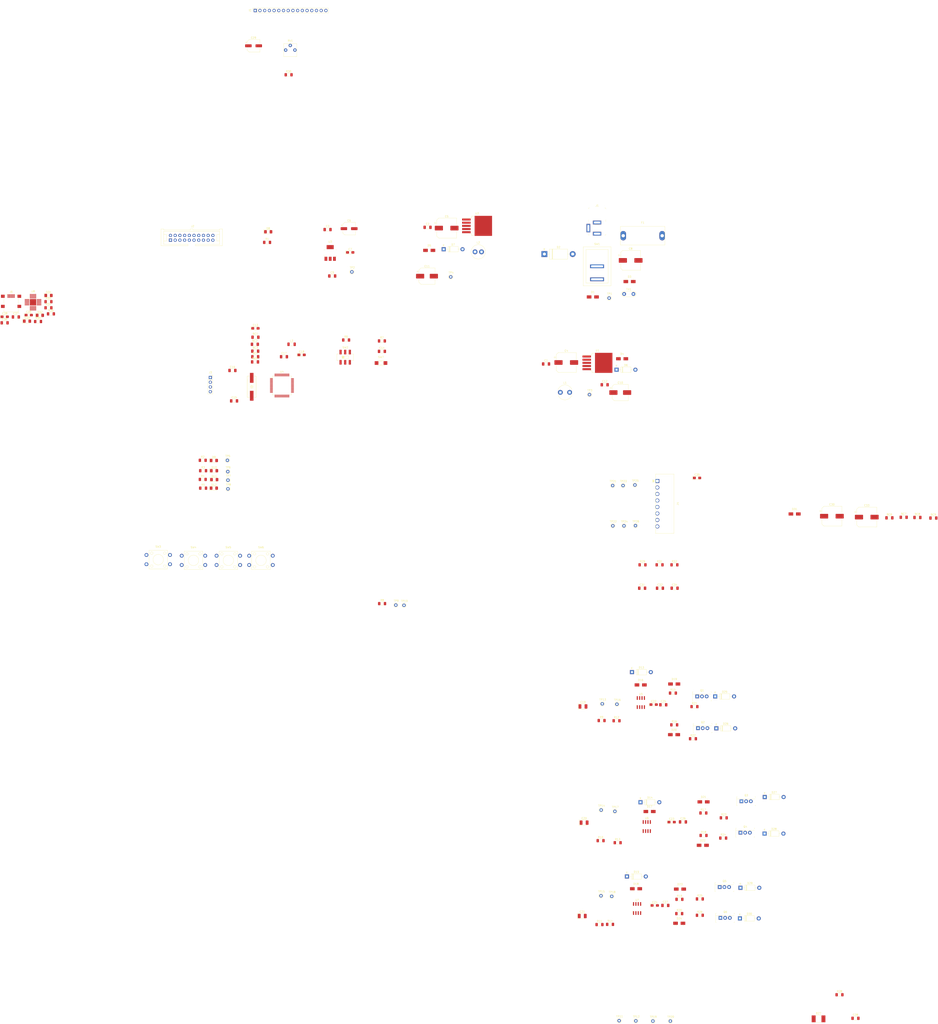
<source format=kicad_pcb>
(kicad_pcb (version 20171130) (host pcbnew "(5.1.7)-1")
  (title_block (title "BLDC Motor Controller_Test") (date 2020-11-08) (rev Ver1.0A) (company ArkX) (comment 1 "Designed by Ganghyeok Lim"))
  (layers (0 F.Cu signal) (31 B.Cu signal) (34 B.Paste user) (35 F.Paste user) (36 B.SilkS user) (37 F.SilkS user) (38 B.Mask user) (39 F.Mask user) (44 Edge.Cuts user))
  (net 0 "")
  (net 1 GND)
  (net 2 +3.3V)
  (net 3 GNDPWR)
  (net 4 +24V)
  (net 5 +5V)
  (net 6 +12V)
  (net 7 NRST)
  (net 8 "Net-(C15-Pad1)")
  (net 9 "Net-(C16-Pad1)")
  (net 10 "Net-(C17-Pad1)")
  (net 11 "Net-(C22-Pad2)")
  (net 12 "Net-(C22-Pad1)")
  (net 13 "Net-(C23-Pad2)")
  (net 14 "Net-(C23-Pad1)")
  (net 15 "Net-(C24-Pad1)")
  (net 16 "Net-(C24-Pad2)")
  (net 17 CURRENT)
  (net 18 HA)
  (net 19 HB)
  (net 20 HC)
  (net 21 D+)
  (net 22 D-)
  (net 23 VBUS)
  (net 24 "Net-(D1-PadK)")
  (net 25 "Net-(D1-PadA)")
  (net 26 "Net-(D4-PadK)")
  (net 27 "Net-(D5-PadK)")
  (net 28 "Net-(D8-Pad1)")
  (net 29 "Net-(D9-Pad1)")
  (net 30 DEBUG1)
  (net 31 DEBUG2)
  (net 32 "Net-(D10-Pad1)")
  (net 33 DEBUG3)
  (net 34 "Net-(D11-Pad1)")
  (net 35 "Net-(D12-Pad1)")
  (net 36 DEBUG4)
  (net 37 "Net-(D19-PadK)")
  (net 38 "Net-(D19-PadA)")
  (net 39 "Net-(D20-PadK)")
  (net 40 "Net-(D20-PadA)")
  (net 41 "Net-(D21-PadA)")
  (net 42 "Net-(D21-PadK)")
  (net 43 "Net-(D22-PadA)")
  (net 44 "Net-(D22-PadK)")
  (net 45 "Net-(D23-PadK)")
  (net 46 "Net-(D23-PadA)")
  (net 47 "Net-(D24-PadA)")
  (net 48 "Net-(D24-PadK)")
  (net 49 "Net-(D26-Pad2)")
  (net 50 "Net-(D32-Pad1)")
  (net 51 "Net-(D33-Pad1)")
  (net 52 "Net-(D34-Pad1)")
  (net 53 "Net-(F1-Pad1)")
  (net 54 "Net-(F1-Pad2)")
  (net 55 "Net-(J1-Pad3)")
  (net 56 SWDIO)
  (net 57 SWCLK)
  (net 58 "Net-(J2-Pad11)")
  (net 59 "Net-(J2-Pad13)")
  (net 60 "Net-(J2-Pad17)")
  (net 61 "Net-(J2-Pad19)")
  (net 62 TXD)
  (net 63 RXD)
  (net 64 /sheet5FA8433B/V0)
  (net 65 LCD_RS)
  (net 66 LCD_RW)
  (net 67 LCD_E)
  (net 68 LCD_D0)
  (net 69 LCD_D1)
  (net 70 LCD_D2)
  (net 71 LCD_D3)
  (net 72 LCD_D4)
  (net 73 LCD_D5)
  (net 74 LCD_D6)
  (net 75 LCD_D7)
  (net 76 /sheet5FA8433B/A)
  (net 77 "Net-(J6-Pad4)")
  (net 78 BOOT0)
  (net 79 UT)
  (net 80 VT)
  (net 81 WT)
  (net 82 UB)
  (net 83 VB)
  (net 84 WB)
  (net 85 "Net-(R36-Pad1)")
  (net 86 SW1)
  (net 87 SW2)
  (net 88 SW3)
  (net 89 SW4)
  (net 90 "Net-(U4-Pad2)")
  (net 91 "Net-(U4-Pad3)")
  (net 92 "Net-(U4-Pad4)")
  (net 93 "Net-(U4-Pad14)")
  (net 94 "Net-(U4-Pad15)")
  (net 95 "Net-(U4-Pad24)")
  (net 96 "Net-(U4-Pad25)")
  (net 97 "Net-(U4-Pad29)")
  (net 98 "Net-(U4-Pad30)")
  (net 99 "Net-(U4-Pad33)")
  (net 100 "Net-(U4-Pad40)")
  (net 101 "Net-(U4-Pad44)")
  (net 102 "Net-(U4-Pad45)")
  (net 103 "Net-(U4-Pad50)")
  (net 104 "Net-(U4-Pad54)")
  (net 105 "Net-(U8-Pad22)")
  (net 106 "Net-(U8-Pad15)")
  (net 107 "Net-(U8-Pad1)")
  (net 108 "Net-(U8-Pad2)")
  (net 109 "Net-(U8-Pad10)")
  (net 110 "Net-(U8-Pad11)")
  (net 111 "Net-(U8-Pad12)")
  (net 112 "Net-(U8-Pad13)")
  (net 113 "Net-(U8-Pad14)")
  (net 114 "Net-(U8-Pad16)")
  (net 115 "Net-(U8-Pad17)")
  (net 116 "Net-(U8-Pad18)")
  (net 117 "Net-(U8-Pad19)")
  (net 118 "Net-(U8-Pad20)")
  (net 119 "Net-(U8-Pad21)")
  (net 120 "Net-(U8-Pad23)")
  (net 121 "Net-(U8-Pad24)")
  (net 122 "Net-(U8-Pad27)")
  (net 123 "Net-(U8-Pad28)")
  (module Capacitor_SMD:C_1206_3216Metric_Pad1.33x1.80mm_HandSolder (layer F.Cu) (at 87 67.6)
    (fp_text reference BC1 (at 0 -1.85) (layer F.SilkS))
    (fp_text value 100nF)
    (pad 2 smd roundrect (at 1.5625 0) (size 1.325 1.8) (layers F.Cu F.Paste F.Mask) (roundrect_rratio 0.188679) (net 1 GND))
    (pad 1 smd roundrect (at -1.5625 0) (size 1.325 1.8) (layers F.Cu F.Paste F.Mask) (roundrect_rratio 0.188679) (net 2 +3.3V))
  )
  (module Capacitor_SMD:C_1206_3216Metric_Pad1.33x1.80mm_HandSolder (layer F.Cu) (at 86.7 71.4)
    (fp_text reference BC2 (at 0 -1.85) (layer F.SilkS))
    (fp_text value 100nF)
    (pad 2 smd roundrect (at 1.5625 0) (size 1.325 1.8) (layers F.Cu F.Paste F.Mask) (roundrect_rratio 0.188679) (net 1 GND))
    (pad 1 smd roundrect (at -1.5625 0) (size 1.325 1.8) (layers F.Cu F.Paste F.Mask) (roundrect_rratio 0.188679) (net 2 +3.3V))
  )
  (module Capacitor_SMD:C_1206_3216Metric_Pad1.33x1.80mm_HandSolder (layer F.Cu) (at 86.9 75.1)
    (fp_text reference BC3 (at 0 -1.85) (layer F.SilkS))
    (fp_text value 100nF)
    (pad 1 smd roundrect (at -1.5625 0) (size 1.325 1.8) (layers F.Cu F.Paste F.Mask) (roundrect_rratio 0.188679) (net 2 +3.3V))
    (pad 2 smd roundrect (at 1.5625 0) (size 1.325 1.8) (layers F.Cu F.Paste F.Mask) (roundrect_rratio 0.188679) (net 1 GND))
  )
  (module Capacitor_SMD:C_1206_3216Metric_Pad1.33x1.80mm_HandSolder (layer F.Cu) (at 86.9 78.1)
    (fp_text reference BC4 (at 0 -1.85) (layer F.SilkS))
    (fp_text value 100nF)
    (pad 1 smd roundrect (at -1.5625 0) (size 1.325 1.8) (layers F.Cu F.Paste F.Mask) (roundrect_rratio 0.188679) (net 2 +3.3V))
    (pad 2 smd roundrect (at 1.5625 0) (size 1.325 1.8) (layers F.Cu F.Paste F.Mask) (roundrect_rratio 0.188679) (net 1 GND))
  )
  (module Capacitor_SMD:C_1206_3216Metric_Pad1.33x1.80mm_HandSolder (layer F.Cu) (at 86.8 80.9)
    (fp_text reference BC5 (at 0 -1.85) (layer F.SilkS))
    (fp_text value 100nF)
    (pad 2 smd roundrect (at 1.5625 0) (size 1.325 1.8) (layers F.Cu F.Paste F.Mask) (roundrect_rratio 0.188679) (net 1 GND))
    (pad 1 smd roundrect (at -1.5625 0) (size 1.325 1.8) (layers F.Cu F.Paste F.Mask) (roundrect_rratio 0.188679) (net 2 +3.3V))
  )
  (module Capacitor_SMD:C_1206_3216Metric_Pad1.33x1.80mm_HandSolder (layer F.Cu) (at 428.8 164.9)
    (fp_text reference BC6 (at 0 -1.85) (layer F.SilkS))
    (fp_text value 100nF)
    (pad 2 smd roundrect (at 1.5625 0) (size 1.325 1.8) (layers F.Cu F.Paste F.Mask) (roundrect_rratio 0.188679) (net 3 GNDPWR))
    (pad 1 smd roundrect (at -1.5625 0) (size 1.325 1.8) (layers F.Cu F.Paste F.Mask) (roundrect_rratio 0.188679) (net 4 +24V))
  )
  (module Capacitor_SMD:C_1206_3216Metric_Pad1.33x1.80mm_HandSolder (layer F.Cu) (at 436.5 164.6)
    (fp_text reference BC7 (at 0 -1.85) (layer F.SilkS))
    (fp_text value 100nF)
    (pad 1 smd roundrect (at -1.5625 0) (size 1.325 1.8) (layers F.Cu F.Paste F.Mask) (roundrect_rratio 0.188679) (net 4 +24V))
    (pad 2 smd roundrect (at 1.5625 0) (size 1.325 1.8) (layers F.Cu F.Paste F.Mask) (roundrect_rratio 0.188679) (net 3 GNDPWR))
  )
  (module Capacitor_SMD:C_1206_3216Metric_Pad1.33x1.80mm_HandSolder (layer F.Cu) (at 443.9 164.7)
    (fp_text reference BC8 (at 0 -1.85) (layer F.SilkS))
    (fp_text value 100nF)
    (pad 2 smd roundrect (at 1.5625 0) (size 1.325 1.8) (layers F.Cu F.Paste F.Mask) (roundrect_rratio 0.188679) (net 3 GNDPWR))
    (pad 1 smd roundrect (at -1.5625 0) (size 1.325 1.8) (layers F.Cu F.Paste F.Mask) (roundrect_rratio 0.188679) (net 4 +24V))
  )
  (module Capacitor_SMD:C_1206_3216Metric_Pad1.33x1.80mm_HandSolder (layer F.Cu) (at 452.5 165)
    (fp_text reference BC9 (at 0 -1.85) (layer F.SilkS))
    (fp_text value 100nF)
    (pad 1 smd roundrect (at -1.5625 0) (size 1.325 1.8) (layers F.Cu F.Paste F.Mask) (roundrect_rratio 0.188679) (net 4 +24V))
    (pad 2 smd roundrect (at 1.5625 0) (size 1.325 1.8) (layers F.Cu F.Paste F.Mask) (roundrect_rratio 0.188679) (net 3 GNDPWR))
  )
  (module Capacitor_SMD:C_1206_3216Metric_Pad1.33x1.80mm_HandSolder (layer F.Cu) (at 243.7 82)
    (fp_text reference C1 (at 0 -1.85) (layer F.SilkS))
    (fp_text value 100nF)
    (pad 2 smd roundrect (at 1.5625 0) (size 1.325 1.8) (layers F.Cu F.Paste F.Mask) (roundrect_rratio 0.188679) (net 3 GNDPWR))
    (pad 1 smd roundrect (at -1.5625 0) (size 1.325 1.8) (layers F.Cu F.Paste F.Mask) (roundrect_rratio 0.188679) (net 4 +24V))
  )
  (module Capacitor_SMD:C_1206_3216Metric_Pad1.33x1.80mm_HandSolder (layer F.Cu) (at 179.8 8.4)
    (fp_text reference C2 (at 0 -1.85) (layer F.SilkS))
    (fp_text value 100nF)
    (pad 1 smd roundrect (at -1.5625 0) (size 1.325 1.8) (layers F.Cu F.Paste F.Mask) (roundrect_rratio 0.188679) (net 4 +24V))
    (pad 2 smd roundrect (at 1.5625 0) (size 1.325 1.8) (layers F.Cu F.Paste F.Mask) (roundrect_rratio 0.188679) (net 1 GND))
  )
  (module Capacitor_SMD:C_1206_3216Metric_Pad1.33x1.80mm_HandSolder (layer F.Cu) (at 125.9 9.6)
    (fp_text reference C3 (at 0 -1.85) (layer F.SilkS))
    (fp_text value 100nF)
    (pad 2 smd roundrect (at 1.5625 0) (size 1.325 1.8) (layers F.Cu F.Paste F.Mask) (roundrect_rratio 0.188679) (net 1 GND))
    (pad 1 smd roundrect (at -1.5625 0) (size 1.325 1.8) (layers F.Cu F.Paste F.Mask) (roundrect_rratio 0.188679) (net 5 +5V))
  )
  (module Capacitor_SMD:CP_Elec_10x10.5 (layer F.Cu) (at 254.6 81.2)
    (fp_text reference C4 (at 0 -6.3) (layer F.SilkS))
    (fp_text value 330uF/35V)
    (pad 1 smd roundrect (at -4.2 0) (size 4.4 2.5) (layers F.Cu F.Paste F.Mask) (roundrect_rratio 0.1) (net 4 +24V))
    (pad 2 smd roundrect (at 4.2 0) (size 4.4 2.5) (layers F.Cu F.Paste F.Mask) (roundrect_rratio 0.1) (net 3 GNDPWR))
  )
  (module Capacitor_SMD:CP_Elec_10x10.5 (layer F.Cu) (at 190.1 8.8)
    (fp_text reference C5 (at 0 -6.3) (layer F.SilkS))
    (fp_text value 330uF/35V)
    (pad 2 smd roundrect (at 4.2 0) (size 4.4 2.5) (layers F.Cu F.Paste F.Mask) (roundrect_rratio 0.1) (net 1 GND))
    (pad 1 smd roundrect (at -4.2 0) (size 4.4 2.5) (layers F.Cu F.Paste F.Mask) (roundrect_rratio 0.1) (net 4 +24V))
  )
  (module Capacitor_SMD:CP_Elec_6.3x5.3 (layer F.Cu) (at 137.5 9.1)
    (fp_text reference C6 (at 0 -4.35) (layer F.SilkS))
    (fp_text value 100uF/16V)
    (pad 2 smd roundrect (at 2.8 0) (size 3.5 1.6) (layers F.Cu F.Paste F.Mask) (roundrect_rratio 0.15625) (net 1 GND))
    (pad 1 smd roundrect (at -2.8 0) (size 3.5 1.6) (layers F.Cu F.Paste F.Mask) (roundrect_rratio 0.15625) (net 5 +5V))
  )
  (module Capacitor_Tantalum_SMD:CP_EIA-3216-18_Kemet-A_Pad1.58x1.35mm_HandSolder (layer F.Cu) (at 138.1 21.9)
    (fp_text reference C7 (at 0 -1.75) (layer F.SilkS))
    (fp_text value 10uF/16V)
    (pad 1 smd roundrect (at -1.4375 0) (size 1.575 1.35) (layers F.Cu F.Paste F.Mask) (roundrect_rratio 0.185185) (net 2 +3.3V))
    (pad 2 smd roundrect (at 1.4375 0) (size 1.575 1.35) (layers F.Cu F.Paste F.Mask) (roundrect_rratio 0.185185) (net 1 GND))
  )
  (module Capacitor_SMD:CP_Elec_10x10.5 (layer F.Cu) (at 289.3 26.2)
    (fp_text reference C8 (at 0 -6.3) (layer F.SilkS))
    (fp_text value 470uF/35V)
    (pad 2 smd roundrect (at 4.2 0) (size 4.4 2.5) (layers F.Cu F.Paste F.Mask) (roundrect_rratio 0.1) (net 3 GNDPWR))
    (pad 1 smd roundrect (at -4.2 0) (size 4.4 2.5) (layers F.Cu F.Paste F.Mask) (roundrect_rratio 0.1) (net 4 +24V))
  )
  (module Capacitor_SMD:C_1206_3216Metric_Pad1.33x1.80mm_HandSolder (layer F.Cu) (at 128.4 34.6)
    (fp_text reference C9 (at 0 -1.85) (layer F.SilkS))
    (fp_text value 100nF)
    (pad 1 smd roundrect (at -1.5625 0) (size 1.325 1.8) (layers F.Cu F.Paste F.Mask) (roundrect_rratio 0.188679) (net 2 +3.3V))
    (pad 2 smd roundrect (at 1.5625 0) (size 1.325 1.8) (layers F.Cu F.Paste F.Mask) (roundrect_rratio 0.188679) (net 1 GND))
  )
  (module Capacitor_SMD:CP_Elec_8x10.5 (layer F.Cu) (at 283.7 97.4)
    (fp_text reference C10 (at 0 -5.3) (layer F.SilkS))
    (fp_text value 330uF/16V)
    (pad 2 smd roundrect (at 3.7 0) (size 4.4 2.5) (layers F.Cu F.Paste F.Mask) (roundrect_rratio 0.1) (net 3 GNDPWR))
    (pad 1 smd roundrect (at -3.7 0) (size 4.4 2.5) (layers F.Cu F.Paste F.Mask) (roundrect_rratio 0.1) (net 6 +12V))
  )
  (module Capacitor_SMD:CP_Elec_8x10.5 (layer F.Cu) (at 179.5 34.7)
    (fp_text reference C11 (at 0 -5.3) (layer F.SilkS))
    (fp_text value 330uF/16V)
    (pad 1 smd roundrect (at -3.7 0) (size 4.4 2.5) (layers F.Cu F.Paste F.Mask) (roundrect_rratio 0.1) (net 5 +5V))
    (pad 2 smd roundrect (at 3.7 0) (size 4.4 2.5) (layers F.Cu F.Paste F.Mask) (roundrect_rratio 0.1) (net 1 GND))
  )
  (module Capacitor_SMD:C_1206_3216Metric_Pad1.33x1.80mm_HandSolder (layer F.Cu) (at 275.3 93.2)
    (fp_text reference C12 (at 0 -1.85) (layer F.SilkS))
    (fp_text value 100nF)
    (pad 2 smd roundrect (at 1.5625 0) (size 1.325 1.8) (layers F.Cu F.Paste F.Mask) (roundrect_rratio 0.188679) (net 3 GNDPWR))
    (pad 1 smd roundrect (at -1.5625 0) (size 1.325 1.8) (layers F.Cu F.Paste F.Mask) (roundrect_rratio 0.188679) (net 6 +12V))
  )
  (module Capacitor_Tantalum_SMD:CP_EIA-3216-18_Kemet-A_Pad1.58x1.35mm_HandSolder (layer F.Cu) (at 87 62.8)
    (fp_text reference C13 (at 0 -1.75) (layer F.SilkS))
    (fp_text value 10uF)
    (pad 2 smd roundrect (at 1.4375 0) (size 1.575 1.35) (layers F.Cu F.Paste F.Mask) (roundrect_rratio 0.185185) (net 1 GND))
    (pad 1 smd roundrect (at -1.4375 0) (size 1.575 1.35) (layers F.Cu F.Paste F.Mask) (roundrect_rratio 0.185185) (net 2 +3.3V))
  )
  (module Capacitor_SMD:C_1206_3216Metric_Pad1.33x1.80mm_HandSolder (layer F.Cu) (at 155.2 75.2)
    (fp_text reference C14 (at 0 -1.85) (layer F.SilkS))
    (fp_text value 100nF)
    (pad 2 smd roundrect (at 1.5625 0) (size 1.325 1.8) (layers F.Cu F.Paste F.Mask) (roundrect_rratio 0.188679) (net 1 GND))
    (pad 1 smd roundrect (at -1.5625 0) (size 1.325 1.8) (layers F.Cu F.Paste F.Mask) (roundrect_rratio 0.188679) (net 7 NRST))
  )
  (module Capacitor_SMD:C_1206_3216Metric_Pad1.33x1.80mm_HandSolder (layer F.Cu) (at 75.5 101.9)
    (fp_text reference C15 (at 0 -1.85) (layer F.SilkS))
    (fp_text value 20pF)
    (pad 1 smd roundrect (at -1.5625 0) (size 1.325 1.8) (layers F.Cu F.Paste F.Mask) (roundrect_rratio 0.188679) (net 8 "Net-(C15-Pad1)"))
    (pad 2 smd roundrect (at 1.5625 0) (size 1.325 1.8) (layers F.Cu F.Paste F.Mask) (roundrect_rratio 0.188679) (net 1 GND))
  )
  (module Capacitor_SMD:C_1206_3216Metric_Pad1.33x1.80mm_HandSolder (layer F.Cu) (at 74.6 85.5)
    (fp_text reference C16 (at 0 -1.85) (layer F.SilkS))
    (fp_text value 20pF)
    (pad 2 smd roundrect (at 1.5625 0) (size 1.325 1.8) (layers F.Cu F.Paste F.Mask) (roundrect_rratio 0.188679) (net 1 GND))
    (pad 1 smd roundrect (at -1.5625 0) (size 1.325 1.8) (layers F.Cu F.Paste F.Mask) (roundrect_rratio 0.188679) (net 9 "Net-(C16-Pad1)"))
  )
  (module Capacitor_SMD:C_1206_3216Metric_Pad1.33x1.80mm_HandSolder (layer F.Cu) (at 102.4 78.1)
    (fp_text reference C17 (at 0 -1.85) (layer F.SilkS))
    (fp_text value 100nF)
    (pad 1 smd roundrect (at -1.5625 0) (size 1.325 1.8) (layers F.Cu F.Paste F.Mask) (roundrect_rratio 0.188679) (net 10 "Net-(C17-Pad1)"))
    (pad 2 smd roundrect (at 1.5625 0) (size 1.325 1.8) (layers F.Cu F.Paste F.Mask) (roundrect_rratio 0.188679) (net 1 GND))
  )
  (module Capacitor_Tantalum_SMD:CP_EIA-3216-18_Kemet-A_Pad1.58x1.35mm_HandSolder (layer F.Cu) (at 111.9 77.1)
    (fp_text reference C18 (at 0 -1.75) (layer F.SilkS))
    (fp_text value 1uF)
    (pad 1 smd roundrect (at -1.4375 0) (size 1.575 1.35) (layers F.Cu F.Paste F.Mask) (roundrect_rratio 0.185185) (net 10 "Net-(C17-Pad1)"))
    (pad 2 smd roundrect (at 1.4375 0) (size 1.575 1.35) (layers F.Cu F.Paste F.Mask) (roundrect_rratio 0.185185) (net 1 GND))
  )
  (module Capacitor_Tantalum_SMD:CP_EIA-3528-21_Kemet-B_Pad1.50x2.35mm_HandSolder (layer F.Cu) (at 263.6 266.5)
    (fp_text reference C19 (at 0 -2.35) (layer F.SilkS))
    (fp_text value 10uF/25V)
    (pad 1 smd roundrect (at -1.625 0) (size 1.5 2.35) (layers F.Cu F.Paste F.Mask) (roundrect_rratio 0.166667) (net 6 +12V))
    (pad 2 smd roundrect (at 1.625 0) (size 1.5 2.35) (layers F.Cu F.Paste F.Mask) (roundrect_rratio 0.166667) (net 3 GNDPWR))
  )
  (module Capacitor_Tantalum_SMD:CP_EIA-3528-21_Kemet-B_Pad1.50x2.35mm_HandSolder (layer F.Cu) (at 264.2 329.1)
    (fp_text reference C20 (at 0 -2.35) (layer F.SilkS))
    (fp_text value 10uF/25V)
    (pad 1 smd roundrect (at -1.625 0) (size 1.5 2.35) (layers F.Cu F.Paste F.Mask) (roundrect_rratio 0.166667) (net 6 +12V))
    (pad 2 smd roundrect (at 1.625 0) (size 1.5 2.35) (layers F.Cu F.Paste F.Mask) (roundrect_rratio 0.166667) (net 3 GNDPWR))
  )
  (module Capacitor_Tantalum_SMD:CP_EIA-3528-21_Kemet-B_Pad1.50x2.35mm_HandSolder (layer F.Cu) (at 263.2 379.4)
    (fp_text reference C21 (at 0 -2.35) (layer F.SilkS))
    (fp_text value 10uF/25V)
    (pad 2 smd roundrect (at 1.625 0) (size 1.5 2.35) (layers F.Cu F.Paste F.Mask) (roundrect_rratio 0.166667) (net 3 GNDPWR))
    (pad 1 smd roundrect (at -1.625 0) (size 1.5 2.35) (layers F.Cu F.Paste F.Mask) (roundrect_rratio 0.166667) (net 6 +12V))
  )
  (module Capacitor_Tantalum_SMD:CP_EIA-3216-18_Kemet-A_Pad1.58x1.35mm_HandSolder (layer F.Cu) (at 301.7 265.5)
    (fp_text reference C22 (at 0 -1.75) (layer F.SilkS))
    (fp_text value 2.2uF)
    (pad 2 smd roundrect (at 1.4375 0) (size 1.575 1.35) (layers F.Cu F.Paste F.Mask) (roundrect_rratio 0.185185) (net 11 "Net-(C22-Pad2)"))
    (pad 1 smd roundrect (at -1.4375 0) (size 1.575 1.35) (layers F.Cu F.Paste F.Mask) (roundrect_rratio 0.185185) (net 12 "Net-(C22-Pad1)"))
  )
  (module Capacitor_Tantalum_SMD:CP_EIA-3216-18_Kemet-A_Pad1.58x1.35mm_HandSolder (layer F.Cu) (at 311.4 328.8)
    (fp_text reference C23 (at 0 -1.75) (layer F.SilkS))
    (fp_text value 2.2uF)
    (pad 2 smd roundrect (at 1.4375 0) (size 1.575 1.35) (layers F.Cu F.Paste F.Mask) (roundrect_rratio 0.185185) (net 13 "Net-(C23-Pad2)"))
    (pad 1 smd roundrect (at -1.4375 0) (size 1.575 1.35) (layers F.Cu F.Paste F.Mask) (roundrect_rratio 0.185185) (net 14 "Net-(C23-Pad1)"))
  )
  (module Capacitor_Tantalum_SMD:CP_EIA-3216-18_Kemet-A_Pad1.58x1.35mm_HandSolder (layer F.Cu) (at 302.3 373.7)
    (fp_text reference C24 (at 0 -1.75) (layer F.SilkS))
    (fp_text value 2.2uF)
    (pad 1 smd roundrect (at -1.4375 0) (size 1.575 1.35) (layers F.Cu F.Paste F.Mask) (roundrect_rratio 0.185185) (net 15 "Net-(C24-Pad1)"))
    (pad 2 smd roundrect (at 1.4375 0) (size 1.575 1.35) (layers F.Cu F.Paste F.Mask) (roundrect_rratio 0.185185) (net 16 "Net-(C24-Pad2)"))
  )
  (module Capacitor_SMD:C_1206_3216Metric_Pad1.33x1.80mm_HandSolder (layer F.Cu) (at 306.9 265.6)
    (fp_text reference C25 (at 0 -1.85) (layer F.SilkS))
    (fp_text value 100nF)
    (pad 2 smd roundrect (at 1.5625 0) (size 1.325 1.8) (layers F.Cu F.Paste F.Mask) (roundrect_rratio 0.188679) (net 11 "Net-(C22-Pad2)"))
    (pad 1 smd roundrect (at -1.5625 0) (size 1.325 1.8) (layers F.Cu F.Paste F.Mask) (roundrect_rratio 0.188679) (net 12 "Net-(C22-Pad1)"))
  )
  (module Capacitor_SMD:C_1206_3216Metric_Pad1.33x1.80mm_HandSolder (layer F.Cu) (at 317.5 328.7)
    (fp_text reference C26 (at 0 -1.85) (layer F.SilkS))
    (fp_text value 100nF)
    (pad 1 smd roundrect (at -1.5625 0) (size 1.325 1.8) (layers F.Cu F.Paste F.Mask) (roundrect_rratio 0.188679) (net 14 "Net-(C23-Pad1)"))
    (pad 2 smd roundrect (at 1.5625 0) (size 1.325 1.8) (layers F.Cu F.Paste F.Mask) (roundrect_rratio 0.188679) (net 13 "Net-(C23-Pad2)"))
  )
  (module Capacitor_SMD:C_1206_3216Metric_Pad1.33x1.80mm_HandSolder (layer F.Cu) (at 308 373.7)
    (fp_text reference C27 (at 0 -1.85) (layer F.SilkS))
    (fp_text value 100nF)
    (pad 2 smd roundrect (at 1.5625 0) (size 1.325 1.8) (layers F.Cu F.Paste F.Mask) (roundrect_rratio 0.188679) (net 16 "Net-(C24-Pad2)"))
    (pad 1 smd roundrect (at -1.5625 0) (size 1.325 1.8) (layers F.Cu F.Paste F.Mask) (roundrect_rratio 0.188679) (net 15 "Net-(C24-Pad1)"))
  )
  (module Capacitor_SMD:C_1206_3216Metric_Pad1.33x1.80mm_HandSolder (layer F.Cu) (at 410.5 434.5)
    (fp_text reference C28 (at 0 -1.85) (layer F.SilkS))
    (fp_text value ED)
    (pad 1 smd roundrect (at -1.5625 0) (size 1.325 1.8) (layers F.Cu F.Paste F.Mask) (roundrect_rratio 0.188679) (net 17 CURRENT))
    (pad 2 smd roundrect (at 1.5625 0) (size 1.325 1.8) (layers F.Cu F.Paste F.Mask) (roundrect_rratio 0.188679) (net 3 GNDPWR))
  )
  (module Capacitor_SMD:CP_Elec_6.3x5.3 (layer F.Cu) (at 86 -89.4)
    (fp_text reference C29 (at 0 -4.35) (layer F.SilkS))
    (fp_text value 100uF/16V)
    (pad 1 smd roundrect (at -2.8 0) (size 3.5 1.6) (layers F.Cu F.Paste F.Mask) (roundrect_rratio 0.15625) (net 5 +5V))
    (pad 2 smd roundrect (at 2.8 0) (size 3.5 1.6) (layers F.Cu F.Paste F.Mask) (roundrect_rratio 0.15625) (net 1 GND))
  )
  (module Capacitor_SMD:CP_Elec_10x10.5 (layer F.Cu) (at 397.8 164)
    (fp_text reference C30 (at 0 -6.3) (layer F.SilkS))
    (fp_text value 470uF)
    (pad 1 smd roundrect (at -4.2 0) (size 4.4 2.5) (layers F.Cu F.Paste F.Mask) (roundrect_rratio 0.1) (net 4 +24V))
    (pad 2 smd roundrect (at 4.2 0) (size 4.4 2.5) (layers F.Cu F.Paste F.Mask) (roundrect_rratio 0.1) (net 3 GNDPWR))
  )
  (module Capacitor_SMD:C_1206_3216Metric_Pad1.33x1.80mm_HandSolder (layer F.Cu) (at 295.5 202.8)
    (fp_text reference C31 (at 0 -1.85) (layer F.SilkS))
    (fp_text value 330pF)
    (pad 1 smd roundrect (at -1.5625 0) (size 1.325 1.8) (layers F.Cu F.Paste F.Mask) (roundrect_rratio 0.188679) (net 18 HA))
    (pad 2 smd roundrect (at 1.5625 0) (size 1.325 1.8) (layers F.Cu F.Paste F.Mask) (roundrect_rratio 0.188679) (net 1 GND))
  )
  (module Capacitor_SMD:C_1206_3216Metric_Pad1.33x1.80mm_HandSolder (layer F.Cu) (at 305.1 202.8)
    (fp_text reference C32 (at 0 -1.85) (layer F.SilkS))
    (fp_text value 330pF)
    (pad 1 smd roundrect (at -1.5625 0) (size 1.325 1.8) (layers F.Cu F.Paste F.Mask) (roundrect_rratio 0.188679) (net 19 HB))
    (pad 2 smd roundrect (at 1.5625 0) (size 1.325 1.8) (layers F.Cu F.Paste F.Mask) (roundrect_rratio 0.188679) (net 1 GND))
  )
  (module Capacitor_SMD:CP_Elec_10x10.5 (layer F.Cu) (at 416.6 164.5)
    (fp_text reference C33 (at 0 -6.3) (layer F.SilkS))
    (fp_text value 470uF)
    (pad 1 smd roundrect (at -4.2 0) (size 4.4 2.5) (layers F.Cu F.Paste F.Mask) (roundrect_rratio 0.1) (net 4 +24V))
    (pad 2 smd roundrect (at 4.2 0) (size 4.4 2.5) (layers F.Cu F.Paste F.Mask) (roundrect_rratio 0.1) (net 3 GNDPWR))
  )
  (module Capacitor_SMD:C_1206_3216Metric_Pad1.33x1.80mm_HandSolder (layer F.Cu) (at 313 202.8)
    (fp_text reference C34 (at 0 -1.85) (layer F.SilkS))
    (fp_text value 330pF)
    (pad 2 smd roundrect (at 1.5625 0) (size 1.325 1.8) (layers F.Cu F.Paste F.Mask) (roundrect_rratio 0.188679) (net 1 GND))
    (pad 1 smd roundrect (at -1.5625 0) (size 1.325 1.8) (layers F.Cu F.Paste F.Mask) (roundrect_rratio 0.188679) (net 20 HC))
  )
  (module Capacitor_Tantalum_SMD:CP_EIA-3216-18_Kemet-A_Pad1.58x1.35mm_HandSolder (layer F.Cu) (at 325.1 143.4)
    (fp_text reference C35 (at 0 -1.75) (layer F.SilkS))
    (fp_text value 10uF/16V)
    (pad 1 smd roundrect (at -1.4375 0) (size 1.575 1.35) (layers F.Cu F.Paste F.Mask) (roundrect_rratio 0.185185) (net 5 +5V))
    (pad 2 smd roundrect (at 1.4375 0) (size 1.575 1.35) (layers F.Cu F.Paste F.Mask) (roundrect_rratio 0.185185) (net 1 GND))
  )
  (module Capacitor_SMD:C_1206_3216Metric_Pad1.33x1.80mm_HandSolder (layer F.Cu) (at -48.204999 59.825001)
    (fp_text reference C36 (at 0 -1.85) (layer F.SilkS))
    (fp_text value 15pF)
    (pad 1 smd roundrect (at -1.5625 0) (size 1.325 1.8) (layers F.Cu F.Paste F.Mask) (roundrect_rratio 0.188679) (net 21 D+))
    (pad 2 smd roundrect (at 1.5625 0) (size 1.325 1.8) (layers F.Cu F.Paste F.Mask) (roundrect_rratio 0.188679) (net 1 GND))
  )
  (module Capacitor_SMD:C_1206_3216Metric_Pad1.33x1.80mm_HandSolder (layer F.Cu) (at -42.154999 56.675001)
    (fp_text reference C37 (at 0 -1.85) (layer F.SilkS))
    (fp_text value 15pF)
    (pad 1 smd roundrect (at -1.5625 0) (size 1.325 1.8) (layers F.Cu F.Paste F.Mask) (roundrect_rratio 0.188679) (net 22 D-))
    (pad 2 smd roundrect (at 1.5625 0) (size 1.325 1.8) (layers F.Cu F.Paste F.Mask) (roundrect_rratio 0.188679) (net 1 GND))
  )
  (module Capacitor_Tantalum_SMD:CP_EIA-3216-18_Kemet-A_Pad1.58x1.35mm_HandSolder (layer F.Cu) (at -48.164999 56.575001)
    (fp_text reference C38 (at 0 -1.75) (layer F.SilkS))
    (fp_text value 1uF)
    (pad 1 smd roundrect (at -1.4375 0) (size 1.575 1.35) (layers F.Cu F.Paste F.Mask) (roundrect_rratio 0.185185) (net 23 VBUS))
    (pad 2 smd roundrect (at 1.4375 0) (size 1.575 1.35) (layers F.Cu F.Paste F.Mask) (roundrect_rratio 0.185185) (net 1 GND))
  )
  (module Capacitor_Tantalum_SMD:CP_EIA-3216-18_Kemet-A_Pad1.58x1.35mm_HandSolder (layer F.Cu) (at -35.214999 55.675001)
    (fp_text reference C39 (at 0 -1.75) (layer F.SilkS))
    (fp_text value 1uF)
    (pad 2 smd roundrect (at 1.4375 0) (size 1.575 1.35) (layers F.Cu F.Paste F.Mask) (roundrect_rratio 0.185185) (net 1 GND))
    (pad 1 smd roundrect (at -1.4375 0) (size 1.575 1.35) (layers F.Cu F.Paste F.Mask) (roundrect_rratio 0.185185) (net 2 +3.3V))
  )
  (module digikey-footprints:DO-214AC (layer F.Cu) (at 268.9 45.9)
    (fp_text reference D1 (at 0 -2.6) (layer F.SilkS))
    (fp_text value SS24)
    (pad K smd rect (at -2 0) (size 2.5 1.7) (layers F.Cu F.Paste F.Mask) (net 24 "Net-(D1-PadK)"))
    (pad A smd rect (at 2 0) (size 2.5 1.7) (layers F.Cu F.Paste F.Mask) (net 25 "Net-(D1-PadA)"))
  )
  (module Diode_THT:D_DO-201AD_P15.24mm_Horizontal (layer F.Cu) (at 242.8 22.8)
    (fp_text reference D2 (at 7.62 -3.72) (layer F.SilkS))
    (fp_text value 1N5822)
    (fp_text user K (at 0 -2.6) (layer F.SilkS))
    (pad 1 thru_hole rect (at 0 0) (size 3.2 3.2) (drill 1.6) (layers *.Cu *.Mask) (net 24 "Net-(D1-PadK)"))
    (pad 2 thru_hole oval (at 15.24 0) (size 3.2 3.2) (drill 1.6) (layers *.Cu *.Mask) (net 25 "Net-(D1-PadA)"))
  )
  (module digikey-footprints:DO-214AC (layer F.Cu) (at 288.7 37.6)
    (fp_text reference D3 (at 0 -2.6) (layer F.SilkS))
    (fp_text value SMAJ24A)
    (pad K smd rect (at -2 0) (size 2.5 1.7) (layers F.Cu F.Paste F.Mask) (net 24 "Net-(D1-PadK)"))
    (pad A smd rect (at 2 0) (size 2.5 1.7) (layers F.Cu F.Paste F.Mask) (net 3 GNDPWR))
  )
  (module digikey-footprints:DO-214AC (layer F.Cu) (at 284.7 79.2)
    (fp_text reference D4 (at 0 -2.6) (layer F.SilkS))
    (fp_text value "SS13(NC)")
    (pad A smd rect (at 2 0) (size 2.5 1.7) (layers F.Cu F.Paste F.Mask) (net 3 GNDPWR))
    (pad K smd rect (at -2 0) (size 2.5 1.7) (layers F.Cu F.Paste F.Mask) (net 26 "Net-(D4-PadK)"))
  )
  (module digikey-footprints:DO-214AC (layer F.Cu) (at 180.7 20.8)
    (fp_text reference D5 (at 0 -2.6) (layer F.SilkS))
    (fp_text value "SS13(NC)")
    (pad A smd rect (at 2 0) (size 2.5 1.7) (layers F.Cu F.Paste F.Mask) (net 1 GND))
    (pad K smd rect (at -2 0) (size 2.5 1.7) (layers F.Cu F.Paste F.Mask) (net 27 "Net-(D5-PadK)"))
  )
  (module Diode_THT:D_DO-41_SOD81_P10.16mm_Horizontal (layer F.Cu) (at 281.7 85.1)
    (fp_text reference D6 (at 5.08 -2.47) (layer F.SilkS))
    (fp_text value 1N5818)
    (fp_text user K (at 0 -2.1) (layer F.SilkS))
    (pad 2 thru_hole oval (at 10.16 0) (size 2.2 2.2) (drill 1.1) (layers *.Cu *.Mask) (net 3 GNDPWR))
    (pad 1 thru_hole rect (at 0 0) (size 2.2 2.2) (drill 1.1) (layers *.Cu *.Mask) (net 26 "Net-(D4-PadK)"))
  )
  (module Diode_THT:D_DO-41_SOD81_P10.16mm_Horizontal (layer F.Cu) (at 188.5 20.2)
    (fp_text reference D7 (at 5.08 -2.47) (layer F.SilkS))
    (fp_text value 1N5818)
    (fp_text user K (at 0 -2.1) (layer F.SilkS))
    (pad 1 thru_hole rect (at 0 0) (size 2.2 2.2) (drill 1.1) (layers *.Cu *.Mask) (net 27 "Net-(D5-PadK)"))
    (pad 2 thru_hole oval (at 10.16 0) (size 2.2 2.2) (drill 1.1) (layers *.Cu *.Mask) (net 1 GND))
  )
  (module LED_SMD:LED_1206_3216Metric_Pad1.42x1.75mm_HandSolder (layer F.Cu) (at 93.9 10.8)
    (fp_text reference D8 (at 0 -1.82) (layer F.SilkS))
    (fp_text value "LED(POWER)")
    (pad 2 smd roundrect (at 1.4875 0) (size 1.425 1.75) (layers F.Cu F.Paste F.Mask) (roundrect_rratio 0.175439) (net 2 +3.3V))
    (pad 1 smd roundrect (at -1.4875 0) (size 1.425 1.75) (layers F.Cu F.Paste F.Mask) (roundrect_rratio 0.175439) (net 28 "Net-(D8-Pad1)"))
  )
  (module LED_SMD:LED_1206_3216Metric_Pad1.42x1.75mm_HandSolder (layer F.Cu) (at 64.6 134)
    (fp_text reference D9 (at 0 -1.82) (layer F.SilkS))
    (fp_text value "LED(DEBUG1)")
    (pad 1 smd roundrect (at -1.4875 0) (size 1.425 1.75) (layers F.Cu F.Paste F.Mask) (roundrect_rratio 0.175439) (net 29 "Net-(D9-Pad1)"))
    (pad 2 smd roundrect (at 1.4875 0) (size 1.425 1.75) (layers F.Cu F.Paste F.Mask) (roundrect_rratio 0.175439) (net 30 DEBUG1))
  )
  (module LED_SMD:LED_1206_3216Metric_Pad1.42x1.75mm_HandSolder (layer F.Cu) (at 64.7 139.5)
    (fp_text reference D10 (at 0 -1.82) (layer F.SilkS))
    (fp_text value "LED(DEBUG2)")
    (pad 2 smd roundrect (at 1.4875 0) (size 1.425 1.75) (layers F.Cu F.Paste F.Mask) (roundrect_rratio 0.175439) (net 31 DEBUG2))
    (pad 1 smd roundrect (at -1.4875 0) (size 1.425 1.75) (layers F.Cu F.Paste F.Mask) (roundrect_rratio 0.175439) (net 32 "Net-(D10-Pad1)"))
  )
  (module LED_SMD:LED_1206_3216Metric_Pad1.42x1.75mm_HandSolder (layer F.Cu) (at 64.8 144.3)
    (fp_text reference D11 (at 0 -1.82) (layer F.SilkS))
    (fp_text value "LED(DEBUG3)")
    (pad 2 smd roundrect (at 1.4875 0) (size 1.425 1.75) (layers F.Cu F.Paste F.Mask) (roundrect_rratio 0.175439) (net 33 DEBUG3))
    (pad 1 smd roundrect (at -1.4875 0) (size 1.425 1.75) (layers F.Cu F.Paste F.Mask) (roundrect_rratio 0.175439) (net 34 "Net-(D11-Pad1)"))
  )
  (module LED_SMD:LED_1206_3216Metric_Pad1.42x1.75mm_HandSolder (layer F.Cu) (at 64.6 148.9)
    (fp_text reference D12 (at 0 -1.82) (layer F.SilkS))
    (fp_text value "LED(DEBUG4)")
    (pad 1 smd roundrect (at -1.4875 0) (size 1.425 1.75) (layers F.Cu F.Paste F.Mask) (roundrect_rratio 0.175439) (net 35 "Net-(D12-Pad1)"))
    (pad 2 smd roundrect (at 1.4875 0) (size 1.425 1.75) (layers F.Cu F.Paste F.Mask) (roundrect_rratio 0.175439) (net 36 DEBUG4))
  )
  (module Diode_THT:D_DO-41_SOD81_P10.16mm_Horizontal (layer F.Cu) (at 290 248)
    (fp_text reference D13 (at 5.08 -2.47) (layer F.SilkS))
    (fp_text value "1N5819(NC)")
    (fp_text user K (at 0 -2.1) (layer F.SilkS))
    (pad 1 thru_hole rect (at 0 0) (size 2.2 2.2) (drill 1.1) (layers *.Cu *.Mask) (net 12 "Net-(C22-Pad1)"))
    (pad 2 thru_hole oval (at 10.16 0) (size 2.2 2.2) (drill 1.1) (layers *.Cu *.Mask) (net 6 +12V))
  )
  (module Diode_THT:D_DO-41_SOD81_P10.16mm_Horizontal (layer F.Cu) (at 294.6 318.1)
    (fp_text reference D14 (at 5.08 -2.47) (layer F.SilkS))
    (fp_text value "1N5819(NC)")
    (fp_text user K (at 0 -2.1) (layer F.SilkS))
    (pad 2 thru_hole oval (at 10.16 0) (size 2.2 2.2) (drill 1.1) (layers *.Cu *.Mask) (net 6 +12V))
    (pad 1 thru_hole rect (at 0 0) (size 2.2 2.2) (drill 1.1) (layers *.Cu *.Mask) (net 14 "Net-(C23-Pad1)"))
  )
  (module Diode_THT:D_DO-41_SOD81_P10.16mm_Horizontal (layer F.Cu) (at 287.3 358.1)
    (fp_text reference D15 (at 5.08 -2.47) (layer F.SilkS))
    (fp_text value "1N5819(NC)")
    (fp_text user K (at 0 -2.1) (layer F.SilkS))
    (pad 1 thru_hole rect (at 0 0) (size 2.2 2.2) (drill 1.1) (layers *.Cu *.Mask) (net 15 "Net-(C24-Pad1)"))
    (pad 2 thru_hole oval (at 10.16 0) (size 2.2 2.2) (drill 1.1) (layers *.Cu *.Mask) (net 6 +12V))
  )
  (module digikey-footprints:DO-214AC (layer F.Cu) (at 294.7 254.9)
    (fp_text reference D16 (at 0 -2.6) (layer F.SilkS))
    (fp_text value SS14)
    (pad K smd rect (at -2 0) (size 2.5 1.7) (layers F.Cu F.Paste F.Mask) (net 12 "Net-(C22-Pad1)"))
    (pad A smd rect (at 2 0) (size 2.5 1.7) (layers F.Cu F.Paste F.Mask) (net 6 +12V))
  )
  (module digikey-footprints:DO-214AC (layer F.Cu) (at 299.5 323.1)
    (fp_text reference D17 (at 0 -2.6) (layer F.SilkS))
    (fp_text value SS14)
    (pad K smd rect (at -2 0) (size 2.5 1.7) (layers F.Cu F.Paste F.Mask) (net 14 "Net-(C23-Pad1)"))
    (pad A smd rect (at 2 0) (size 2.5 1.7) (layers F.Cu F.Paste F.Mask) (net 6 +12V))
  )
  (module digikey-footprints:DO-214AC (layer F.Cu) (at 292.2 364.7)
    (fp_text reference D18 (at 0 -2.6) (layer F.SilkS))
    (fp_text value SS14)
    (pad A smd rect (at 2 0) (size 2.5 1.7) (layers F.Cu F.Paste F.Mask) (net 6 +12V))
    (pad K smd rect (at -2 0) (size 2.5 1.7) (layers F.Cu F.Paste F.Mask) (net 15 "Net-(C24-Pad1)"))
  )
  (module digikey-footprints:DO-214AC (layer F.Cu) (at 312.8 254.4)
    (fp_text reference D19 (at 0 -2.6) (layer F.SilkS))
    (fp_text value SS14)
    (pad K smd rect (at -2 0) (size 2.5 1.7) (layers F.Cu F.Paste F.Mask) (net 37 "Net-(D19-PadK)"))
    (pad A smd rect (at 2 0) (size 2.5 1.7) (layers F.Cu F.Paste F.Mask) (net 38 "Net-(D19-PadA)"))
  )
  (module digikey-footprints:DO-214AC (layer F.Cu) (at 312.7 281.7)
    (fp_text reference D20 (at 0 -2.6) (layer F.SilkS))
    (fp_text value SS14)
    (pad K smd rect (at -2 0) (size 2.5 1.7) (layers F.Cu F.Paste F.Mask) (net 39 "Net-(D20-PadK)"))
    (pad A smd rect (at 2 0) (size 2.5 1.7) (layers F.Cu F.Paste F.Mask) (net 40 "Net-(D20-PadA)"))
  )
  (module digikey-footprints:DO-214AC (layer F.Cu) (at 328.6 317.9)
    (fp_text reference D21 (at 0 -2.6) (layer F.SilkS))
    (fp_text value SS14)
    (pad A smd rect (at 2 0) (size 2.5 1.7) (layers F.Cu F.Paste F.Mask) (net 41 "Net-(D21-PadA)"))
    (pad K smd rect (at -2 0) (size 2.5 1.7) (layers F.Cu F.Paste F.Mask) (net 42 "Net-(D21-PadK)"))
  )
  (module digikey-footprints:DO-214AC (layer F.Cu) (at 328.2 341.3)
    (fp_text reference D22 (at 0 -2.6) (layer F.SilkS))
    (fp_text value SS14)
    (pad A smd rect (at 2 0) (size 2.5 1.7) (layers F.Cu F.Paste F.Mask) (net 43 "Net-(D22-PadA)"))
    (pad K smd rect (at -2 0) (size 2.5 1.7) (layers F.Cu F.Paste F.Mask) (net 44 "Net-(D22-PadK)"))
  )
  (module digikey-footprints:DO-214AC (layer F.Cu) (at 315.9 364.9)
    (fp_text reference D23 (at 0 -2.6) (layer F.SilkS))
    (fp_text value SS14)
    (pad K smd rect (at -2 0) (size 2.5 1.7) (layers F.Cu F.Paste F.Mask) (net 45 "Net-(D23-PadK)"))
    (pad A smd rect (at 2 0) (size 2.5 1.7) (layers F.Cu F.Paste F.Mask) (net 46 "Net-(D23-PadA)"))
  )
  (module digikey-footprints:DO-214AC (layer F.Cu) (at 315.5 383.3)
    (fp_text reference D24 (at 0 -2.6) (layer F.SilkS))
    (fp_text value SS14)
    (pad A smd rect (at 2 0) (size 2.5 1.7) (layers F.Cu F.Paste F.Mask) (net 47 "Net-(D24-PadA)"))
    (pad K smd rect (at -2 0) (size 2.5 1.7) (layers F.Cu F.Paste F.Mask) (net 48 "Net-(D24-PadK)"))
  )
  (module Diode_THT:D_DO-41_SOD81_P10.16mm_Horizontal (layer F.Cu) (at 334.9 261.1)
    (fp_text reference D25 (at 5.08 -2.47) (layer F.SilkS))
    (fp_text value FR104)
    (fp_text user K (at 0 -2.1) (layer F.SilkS))
    (pad 2 thru_hole oval (at 10.16 0) (size 2.2 2.2) (drill 1.1) (layers *.Cu *.Mask) (net 11 "Net-(C22-Pad2)"))
    (pad 1 thru_hole rect (at 0 0) (size 2.2 2.2) (drill 1.1) (layers *.Cu *.Mask) (net 4 +24V))
  )
  (module Diode_THT:D_DO-41_SOD81_P10.16mm_Horizontal (layer F.Cu) (at 335.5 278.3)
    (fp_text reference D26 (at 5.08 -2.47) (layer F.SilkS))
    (fp_text value FR104)
    (fp_text user K (at 0 -2.1) (layer F.SilkS))
    (pad 1 thru_hole rect (at 0 0) (size 2.2 2.2) (drill 1.1) (layers *.Cu *.Mask) (net 11 "Net-(C22-Pad2)"))
    (pad 2 thru_hole oval (at 10.16 0) (size 2.2 2.2) (drill 1.1) (layers *.Cu *.Mask) (net 49 "Net-(D26-Pad2)"))
  )
  (module Diode_THT:D_DO-41_SOD81_P10.16mm_Horizontal (layer F.Cu) (at 361.6 315.3)
    (fp_text reference D27 (at 5.08 -2.47) (layer F.SilkS))
    (fp_text value FR104)
    (fp_text user K (at 0 -2.1) (layer F.SilkS))
    (pad 1 thru_hole rect (at 0 0) (size 2.2 2.2) (drill 1.1) (layers *.Cu *.Mask) (net 4 +24V))
    (pad 2 thru_hole oval (at 10.16 0) (size 2.2 2.2) (drill 1.1) (layers *.Cu *.Mask) (net 13 "Net-(C23-Pad2)"))
  )
  (module Diode_THT:D_DO-41_SOD81_P10.16mm_Horizontal (layer F.Cu) (at 361.5 335)
    (fp_text reference D28 (at 5.08 -2.47) (layer F.SilkS))
    (fp_text value FR104)
    (fp_text user K (at 0 -2.1) (layer F.SilkS))
    (pad 2 thru_hole oval (at 10.16 0) (size 2.2 2.2) (drill 1.1) (layers *.Cu *.Mask) (net 49 "Net-(D26-Pad2)"))
    (pad 1 thru_hole rect (at 0 0) (size 2.2 2.2) (drill 1.1) (layers *.Cu *.Mask) (net 13 "Net-(C23-Pad2)"))
  )
  (module Diode_THT:D_DO-41_SOD81_P10.16mm_Horizontal (layer F.Cu) (at 348.5 364.2)
    (fp_text reference D29 (at 5.08 -2.47) (layer F.SilkS))
    (fp_text value FR104)
    (fp_text user K (at 0 -2.1) (layer F.SilkS))
    (pad 1 thru_hole rect (at 0 0) (size 2.2 2.2) (drill 1.1) (layers *.Cu *.Mask) (net 4 +24V))
    (pad 2 thru_hole oval (at 10.16 0) (size 2.2 2.2) (drill 1.1) (layers *.Cu *.Mask) (net 16 "Net-(C24-Pad2)"))
  )
  (module Diode_THT:D_DO-41_SOD81_P10.16mm_Horizontal (layer F.Cu) (at 348.2 380.7)
    (fp_text reference D30 (at 5.08 -2.47) (layer F.SilkS))
    (fp_text value FR104)
    (fp_text user K (at 0 -2.1) (layer F.SilkS))
    (pad 2 thru_hole oval (at 10.16 0) (size 2.2 2.2) (drill 1.1) (layers *.Cu *.Mask) (net 49 "Net-(D26-Pad2)"))
    (pad 1 thru_hole rect (at 0 0) (size 2.2 2.2) (drill 1.1) (layers *.Cu *.Mask) (net 16 "Net-(C24-Pad2)"))
  )
  (module digikey-footprints:DO-214AC (layer F.Cu) (at 377.7 162.8)
    (fp_text reference D31 (at 0 -2.6) (layer F.SilkS))
    (fp_text value SMAJ24A)
    (pad A smd rect (at 2 0) (size 2.5 1.7) (layers F.Cu F.Paste F.Mask) (net 3 GNDPWR))
    (pad K smd rect (at -2 0) (size 2.5 1.7) (layers F.Cu F.Paste F.Mask) (net 4 +24V))
  )
  (module LED_SMD:LED_1206_3216Metric_Pad1.42x1.75mm_HandSolder (layer F.Cu) (at -29.189999 55.795001)
    (fp_text reference D32 (at 0 -1.82) (layer F.SilkS))
    (fp_text value LED)
    (pad 1 smd roundrect (at -1.4875 0) (size 1.425 1.75) (layers F.Cu F.Paste F.Mask) (roundrect_rratio 0.175439) (net 50 "Net-(D32-Pad1)"))
    (pad 2 smd roundrect (at 1.4875 0) (size 1.425 1.75) (layers F.Cu F.Paste F.Mask) (roundrect_rratio 0.175439) (net 23 VBUS))
  )
  (module LED_SMD:LED_1206_3216Metric_Pad1.42x1.75mm_HandSolder (layer F.Cu) (at -36.129999 58.945001)
    (fp_text reference D33 (at 0 -1.82) (layer F.SilkS))
    (fp_text value LED)
    (pad 1 smd roundrect (at -1.4875 0) (size 1.425 1.75) (layers F.Cu F.Paste F.Mask) (roundrect_rratio 0.175439) (net 51 "Net-(D33-Pad1)"))
    (pad 2 smd roundrect (at 1.4875 0) (size 1.425 1.75) (layers F.Cu F.Paste F.Mask) (roundrect_rratio 0.175439) (net 2 +3.3V))
  )
  (module LED_SMD:LED_1206_3216Metric_Pad1.42x1.75mm_HandSolder (layer F.Cu) (at -24.539999 45.095001)
    (fp_text reference D34 (at 0 -1.82) (layer F.SilkS))
    (fp_text value LED)
    (pad 2 smd roundrect (at 1.4875 0) (size 1.425 1.75) (layers F.Cu F.Paste F.Mask) (roundrect_rratio 0.175439) (net 2 +3.3V))
    (pad 1 smd roundrect (at -1.4875 0) (size 1.425 1.75) (layers F.Cu F.Paste F.Mask) (roundrect_rratio 0.175439) (net 52 "Net-(D34-Pad1)"))
  )
  (module "My_Libraries:GF-205B(20mm)" (layer F.Cu) (at 295.8 12.9)
    (fp_text reference F1 (at 0 -7) (layer F.SilkS))
    (fp_text value 250V/2A)
    (pad 1 thru_hole oval (at -10.5 0) (size 3.048 5.08) (drill 1.778) (layers *.Cu *.Mask) (net 53 "Net-(F1-Pad1)"))
    (pad 2 thru_hole oval (at 10.5 0) (size 3.048 5.08) (drill 1.778) (layers *.Cu *.Mask) (net 54 "Net-(F1-Pad2)"))
  )
  (module digikey-footprints:Barrel_Jack_5.5mmODx2.1mmID_PJ-202A (layer F.Cu) (at 271.2 8.8)
    (fp_text reference J1 (at 0 -12.1) (layer F.SilkS))
    (fp_text value POWER_CONNECTOR)
    (pad 3 thru_hole rect (at -4.7 0) (size 2 4.5) (drill oval 1 3.5) (layers *.Cu *.Mask) (net 55 "Net-(J1-Pad3)"))
    (pad 1 thru_hole rect (at 0 3) (size 4.5 2) (drill oval 3.5 1) (layers *.Cu *.Mask) (net 54 "Net-(F1-Pad2)"))
    (pad 2 thru_hole rect (at 0 -3) (size 4.5 2) (drill oval 3.5 1) (layers *.Cu *.Mask) (net 3 GNDPWR))
  )
  (module My_Libraries:HIF3F-20PA-2.54DSA_GH (layer F.Cu) (at 41.2 15.3)
    (fp_text reference J2 (at 11.91 -7.5) (layer F.SilkS))
    (fp_text value ST-Link_Connector)
    (pad 1 thru_hole rect (at 0 0) (size 1.7 1.7) (drill 0.9) (layers *.Cu *.Mask) (net 2 +3.3V))
    (pad 2 thru_hole circle (at 0 -2.54) (size 1.7 1.7) (drill 0.9) (layers *.Cu *.Mask) (net 2 +3.3V))
    (pad 3 thru_hole circle (at 2.54 0) (size 1.7 1.7) (drill 0.9) (layers *.Cu *.Mask) (net 1 GND))
    (pad 4 thru_hole circle (at 2.54 -2.54) (size 1.7 1.7) (drill 0.9) (layers *.Cu *.Mask) (net 1 GND))
    (pad 5 thru_hole circle (at 5.08 0) (size 1.7 1.7) (drill 0.9) (layers *.Cu *.Mask) (net 1 GND))
    (pad 6 thru_hole circle (at 5.08 -2.54) (size 1.7 1.7) (drill 0.9) (layers *.Cu *.Mask) (net 1 GND))
    (pad 7 thru_hole circle (at 7.62 0) (size 1.7 1.7) (drill 0.9) (layers *.Cu *.Mask) (net 56 SWDIO))
    (pad 8 thru_hole circle (at 7.62 -2.54) (size 1.7 1.7) (drill 0.9) (layers *.Cu *.Mask) (net 1 GND))
    (pad 9 thru_hole circle (at 10.16 0) (size 1.7 1.7) (drill 0.9) (layers *.Cu *.Mask) (net 57 SWCLK))
    (pad 10 thru_hole circle (at 10.16 -2.54) (size 1.7 1.7) (drill 0.9) (layers *.Cu *.Mask) (net 1 GND))
    (pad 11 thru_hole circle (at 12.7 0) (size 1.7 1.7) (drill 0.9) (layers *.Cu *.Mask) (net 58 "Net-(J2-Pad11)"))
    (pad 12 thru_hole circle (at 12.7 -2.54) (size 1.7 1.7) (drill 0.9) (layers *.Cu *.Mask) (net 1 GND))
    (pad 13 thru_hole circle (at 15.24 0) (size 1.7 1.7) (drill 0.9) (layers *.Cu *.Mask) (net 59 "Net-(J2-Pad13)"))
    (pad 14 thru_hole circle (at 15.24 -2.54) (size 1.7 1.7) (drill 0.9) (layers *.Cu *.Mask) (net 1 GND))
    (pad 15 thru_hole circle (at 17.78 0) (size 1.7 1.7) (drill 0.9) (layers *.Cu *.Mask) (net 7 NRST))
    (pad 16 thru_hole circle (at 17.78 -2.54) (size 1.7 1.7) (drill 0.9) (layers *.Cu *.Mask) (net 1 GND))
    (pad 17 thru_hole circle (at 20.32 0) (size 1.7 1.7) (drill 0.9) (layers *.Cu *.Mask) (net 60 "Net-(J2-Pad17)"))
    (pad 18 thru_hole circle (at 20.32 -2.54) (size 1.7 1.7) (drill 0.9) (layers *.Cu *.Mask) (net 1 GND))
    (pad 19 thru_hole circle (at 22.86 0) (size 1.7 1.7) (drill 0.9) (layers *.Cu *.Mask) (net 61 "Net-(J2-Pad19)"))
    (pad 20 thru_hole circle (at 22.86 -2.54) (size 1.7 1.7) (drill 0.9) (layers *.Cu *.Mask) (net 1 GND))
  )
  (module Connector_PinSocket_2.54mm:PinSocket_1x04_P2.54mm_Vertical (layer F.Cu) (at 62.7 89.3)
    (fp_text reference J3 (at 0 -2.77) (layer F.SilkS))
    (fp_text value UART_Connector)
    (pad 1 thru_hole rect (at 0 0) (size 1.7 1.7) (drill 1) (layers *.Cu *.Mask) (net 2 +3.3V))
    (pad 2 thru_hole oval (at 0 2.54) (size 1.7 1.7) (drill 1) (layers *.Cu *.Mask) (net 62 TXD))
    (pad 3 thru_hole oval (at 0 5.08) (size 1.7 1.7) (drill 1) (layers *.Cu *.Mask) (net 63 RXD))
    (pad 4 thru_hole oval (at 0 7.62) (size 1.7 1.7) (drill 1) (layers *.Cu *.Mask) (net 1 GND))
  )
  (module "My_Libraries:ECH350R(8P)" (layer F.Cu) (at 307.7 157.3 270)
    (fp_text reference J4 (at 0 -7 90) (layer F.SilkS))
    (fp_text value Motor_Connector)
    (pad 4 thru_hole circle (at -1.75 4 270) (size 2.1 2.1) (drill 1.5) (layers *.Cu *.Mask) (net 13 "Net-(C23-Pad2)"))
    (pad 3 thru_hole circle (at -5.25 4 270) (size 2.1 2.1) (drill 1.5) (layers *.Cu *.Mask) (net 11 "Net-(C22-Pad2)"))
    (pad 2 thru_hole circle (at -8.75 4 270) (size 2.1 2.1) (drill 1.5) (layers *.Cu *.Mask) (net 1 GND))
    (pad 1 thru_hole rect (at -12.25 4 270) (size 2.1 2.1) (drill 1.5) (layers *.Cu *.Mask) (net 5 +5V))
    (pad 5 thru_hole circle (at 1.75 4 270) (size 2.1 2.1) (drill 1.5) (layers *.Cu *.Mask) (net 16 "Net-(C24-Pad2)"))
    (pad 6 thru_hole circle (at 5.25 4 270) (size 2.1 2.1) (drill 1.5) (layers *.Cu *.Mask) (net 18 HA))
    (pad 7 thru_hole circle (at 8.75 4 270) (size 2.1 2.1) (drill 1.5) (layers *.Cu *.Mask) (net 19 HB))
    (pad 8 thru_hole circle (at 12.25 4 270) (size 2.1 2.1) (drill 1.5) (layers *.Cu *.Mask) (net 20 HC))
  )
  (module Connector_PinSocket_2.54mm:PinSocket_1x16_P2.54mm_Vertical (layer F.Cu) (at 86.9 -108.4 90)
    (fp_text reference J5 (at 0 -2.77 90) (layer F.SilkS))
    (fp_text value LCD_Connector)
    (pad 1 thru_hole rect (at 0 0 90) (size 1.7 1.7) (drill 1) (layers *.Cu *.Mask) (net 1 GND))
    (pad 2 thru_hole oval (at 0 2.54 90) (size 1.7 1.7) (drill 1) (layers *.Cu *.Mask) (net 5 +5V))
    (pad 3 thru_hole oval (at 0 5.08 90) (size 1.7 1.7) (drill 1) (layers *.Cu *.Mask) (net 64 /sheet5FA8433B/V0))
    (pad 4 thru_hole oval (at 0 7.62 90) (size 1.7 1.7) (drill 1) (layers *.Cu *.Mask) (net 65 LCD_RS))
    (pad 5 thru_hole oval (at 0 10.16 90) (size 1.7 1.7) (drill 1) (layers *.Cu *.Mask) (net 66 LCD_RW))
    (pad 6 thru_hole oval (at 0 12.7 90) (size 1.7 1.7) (drill 1) (layers *.Cu *.Mask) (net 67 LCD_E))
    (pad 7 thru_hole oval (at 0 15.24 90) (size 1.7 1.7) (drill 1) (layers *.Cu *.Mask) (net 68 LCD_D0))
    (pad 8 thru_hole oval (at 0 17.78 90) (size 1.7 1.7) (drill 1) (layers *.Cu *.Mask) (net 69 LCD_D1))
    (pad 9 thru_hole oval (at 0 20.32 90) (size 1.7 1.7) (drill 1) (layers *.Cu *.Mask) (net 70 LCD_D2))
    (pad 10 thru_hole oval (at 0 22.86 90) (size 1.7 1.7) (drill 1) (layers *.Cu *.Mask) (net 71 LCD_D3))
    (pad 11 thru_hole oval (at 0 25.4 90) (size 1.7 1.7) (drill 1) (layers *.Cu *.Mask) (net 72 LCD_D4))
    (pad 12 thru_hole oval (at 0 27.94 90) (size 1.7 1.7) (drill 1) (layers *.Cu *.Mask) (net 73 LCD_D5))
    (pad 13 thru_hole oval (at 0 30.48 90) (size 1.7 1.7) (drill 1) (layers *.Cu *.Mask) (net 74 LCD_D6))
    (pad 14 thru_hole oval (at 0 33.02 90) (size 1.7 1.7) (drill 1) (layers *.Cu *.Mask) (net 75 LCD_D7))
    (pad 15 thru_hole oval (at 0 35.56 90) (size 1.7 1.7) (drill 1) (layers *.Cu *.Mask) (net 76 /sheet5FA8433B/A))
    (pad 16 thru_hole oval (at 0 38.1 90) (size 1.7 1.7) (drill 1) (layers *.Cu *.Mask) (net 1 GND))
  )
  (module Connector_USB:USB_Mini-B_Lumberg_2486_01_Horizontal (layer F.Cu) (at -44.734999 48.125001)
    (fp_text reference J6 (at 0 -5) (layer F.SilkS))
    (fp_text value USB_B_Mini)
    (pad 1 smd rect (at -1.6 -2.7) (size 0.5 2) (layers F.Cu F.Paste F.Mask) (net 23 VBUS))
    (pad 2 smd rect (at -0.8 -2.7) (size 0.5 2) (layers F.Cu F.Paste F.Mask) (net 22 D-))
    (pad 3 smd rect (at 0 -2.7) (size 0.5 2) (layers F.Cu F.Paste F.Mask) (net 21 D+))
    (pad 4 smd rect (at 0.8 -2.7) (size 0.5 2) (layers F.Cu F.Paste F.Mask) (net 77 "Net-(J6-Pad4)"))
    (pad 5 smd rect (at 1.6 -2.7) (size 0.5 2) (layers F.Cu F.Paste F.Mask) (net 1 GND))
    (pad 6 smd rect (at -4.45 -2.6) (size 2 1.7) (layers F.Cu F.Paste F.Mask) (net 1 GND))
    (pad 6 smd rect (at -4.45 2.85) (size 2 1.7) (layers F.Cu F.Paste F.Mask) (net 1 GND))
    (pad 6 smd rect (at 4.45 -2.6) (size 2 1.7) (layers F.Cu F.Paste F.Mask) (net 1 GND))
    (pad 6 smd rect (at 4.45 2.85) (size 2 1.7) (layers F.Cu F.Paste F.Mask) (net 1 GND))
    (pad "" np_thru_hole circle (at -2.2 0) (size 1 1) (drill 1) (layers *.Cu *.Mask))
    (pad "" np_thru_hole circle (at 2.2 0) (size 1 1) (drill 1) (layers *.Cu *.Mask))
  )
  (module Inductor_THT:L_Radial_D7.8mm_P5.00mm_Fastron_07HCP (layer F.Cu) (at 251.4 97.3)
    (fp_text reference L1 (at 2.5 -5.15) (layer F.SilkS))
    (fp_text value 1mH)
    (pad 1 thru_hole circle (at 0 0) (size 2.6 2.6) (drill 1.3) (layers *.Cu *.Mask) (net 26 "Net-(D4-PadK)"))
    (pad 2 thru_hole circle (at 5 0) (size 2.6 2.6) (drill 1.3) (layers *.Cu *.Mask) (net 6 +12V))
  )
  (module Inductor_THT:L_Radial_D7.5mm_P3.50mm_Fastron_07P (layer F.Cu) (at 205.4 21.6)
    (fp_text reference L2 (at 1.75 -5) (layer F.SilkS))
    (fp_text value 470uH)
    (pad 1 thru_hole circle (at 0 0) (size 2.6 2.6) (drill 1.3) (layers *.Cu *.Mask) (net 27 "Net-(D5-PadK)"))
    (pad 2 thru_hole circle (at 3.5 0) (size 2.6 2.6) (drill 1.3) (layers *.Cu *.Mask) (net 5 +5V))
  )
  (module Inductor_SMD:L_1206_3216Metric_Pad1.22x1.90mm_HandSolder (layer F.Cu) (at 106.5 71.4)
    (fp_text reference L3 (at 0 -1.9) (layer F.SilkS))
    (fp_text value 10uH)
    (pad 1 smd roundrect (at -1.6625 0) (size 1.225 1.9) (layers F.Cu F.Paste F.Mask) (roundrect_rratio 0.204082) (net 10 "Net-(C17-Pad1)"))
    (pad 2 smd roundrect (at 1.6625 0) (size 1.225 1.9) (layers F.Cu F.Paste F.Mask) (roundrect_rratio 0.204082) (net 2 +3.3V))
  )
  (module digikey-footprints:TO-220-3 (layer F.Cu) (at 325.2 261.1)
    (fp_text reference Q1 (at 2.62 -3.22) (layer F.SilkS))
    (fp_text value IRFZ44N)
    (pad 3 thru_hole circle (at 5.08 0) (size 2 2) (drill 1) (layers *.Cu *.Mask) (net 11 "Net-(C22-Pad2)"))
    (pad 2 thru_hole circle (at 2.54 0) (size 2 2) (drill 1) (layers *.Cu *.Mask) (net 4 +24V))
    (pad 1 thru_hole rect (at 0 0) (size 2 2) (drill 1) (layers *.Cu *.Mask) (net 38 "Net-(D19-PadA)"))
  )
  (module digikey-footprints:TO-220-3 (layer F.Cu) (at 325.6 278.2)
    (fp_text reference Q2 (at 2.62 -3.22) (layer F.SilkS))
    (fp_text value IRFZ44N)
    (pad 1 thru_hole rect (at 0 0) (size 2 2) (drill 1) (layers *.Cu *.Mask) (net 40 "Net-(D20-PadA)"))
    (pad 2 thru_hole circle (at 2.54 0) (size 2 2) (drill 1) (layers *.Cu *.Mask) (net 11 "Net-(C22-Pad2)"))
    (pad 3 thru_hole circle (at 5.08 0) (size 2 2) (drill 1) (layers *.Cu *.Mask) (net 49 "Net-(D26-Pad2)"))
  )
  (module digikey-footprints:TO-220-3 (layer F.Cu) (at 349.02 317.6)
    (fp_text reference Q3 (at 2.62 -3.22) (layer F.SilkS))
    (fp_text value IRFZ44N)
    (pad 1 thru_hole rect (at 0 0) (size 2 2) (drill 1) (layers *.Cu *.Mask) (net 41 "Net-(D21-PadA)"))
    (pad 2 thru_hole circle (at 2.54 0) (size 2 2) (drill 1) (layers *.Cu *.Mask) (net 4 +24V))
    (pad 3 thru_hole circle (at 5.08 0) (size 2 2) (drill 1) (layers *.Cu *.Mask) (net 13 "Net-(C23-Pad2)"))
  )
  (module digikey-footprints:TO-220-3 (layer F.Cu) (at 348.5 334.5)
    (fp_text reference Q4 (at 2.62 -3.22) (layer F.SilkS))
    (fp_text value IRFZ44N)
    (pad 1 thru_hole rect (at 0 0) (size 2 2) (drill 1) (layers *.Cu *.Mask) (net 43 "Net-(D22-PadA)"))
    (pad 2 thru_hole circle (at 2.54 0) (size 2 2) (drill 1) (layers *.Cu *.Mask) (net 13 "Net-(C23-Pad2)"))
    (pad 3 thru_hole circle (at 5.08 0) (size 2 2) (drill 1) (layers *.Cu *.Mask) (net 49 "Net-(D26-Pad2)"))
  )
  (module digikey-footprints:TO-220-3 (layer F.Cu) (at 337.3 363.8)
    (fp_text reference Q5 (at 2.62 -3.22) (layer F.SilkS))
    (fp_text value IRFZ44N)
    (pad 3 thru_hole circle (at 5.08 0) (size 2 2) (drill 1) (layers *.Cu *.Mask) (net 16 "Net-(C24-Pad2)"))
    (pad 2 thru_hole circle (at 2.54 0) (size 2 2) (drill 1) (layers *.Cu *.Mask) (net 4 +24V))
    (pad 1 thru_hole rect (at 0 0) (size 2 2) (drill 1) (layers *.Cu *.Mask) (net 46 "Net-(D23-PadA)"))
  )
  (module digikey-footprints:TO-220-3 (layer F.Cu) (at 337.7 380.4)
    (fp_text reference Q6 (at 2.62 -3.22) (layer F.SilkS))
    (fp_text value IRFZ44N)
    (pad 3 thru_hole circle (at 5.08 0) (size 2 2) (drill 1) (layers *.Cu *.Mask) (net 49 "Net-(D26-Pad2)"))
    (pad 2 thru_hole circle (at 2.54 0) (size 2 2) (drill 1) (layers *.Cu *.Mask) (net 16 "Net-(C24-Pad2)"))
    (pad 1 thru_hole rect (at 0 0) (size 2 2) (drill 1) (layers *.Cu *.Mask) (net 47 "Net-(D24-PadA)"))
  )
  (module Resistor_SMD:R_1206_3216Metric_Pad1.30x1.75mm_HandSolder (layer F.Cu) (at 93.3 16.5)
    (fp_text reference R1 (at 0 -1.82) (layer F.SilkS))
    (fp_text value 150)
    (pad 1 smd roundrect (at -1.55 0) (size 1.3 1.75) (layers F.Cu F.Paste F.Mask) (roundrect_rratio 0.192308) (net 28 "Net-(D8-Pad1)"))
    (pad 2 smd roundrect (at 1.55 0) (size 1.3 1.75) (layers F.Cu F.Paste F.Mask) (roundrect_rratio 0.192308) (net 1 GND))
  )
  (module Resistor_SMD:R_1206_3216Metric_Pad1.30x1.75mm_HandSolder (layer F.Cu) (at 58.6 133.9)
    (fp_text reference R2 (at 0 -1.82) (layer F.SilkS))
    (fp_text value 150)
    (pad 1 smd roundrect (at -1.55 0) (size 1.3 1.75) (layers F.Cu F.Paste F.Mask) (roundrect_rratio 0.192308) (net 29 "Net-(D9-Pad1)"))
    (pad 2 smd roundrect (at 1.55 0) (size 1.3 1.75) (layers F.Cu F.Paste F.Mask) (roundrect_rratio 0.192308) (net 1 GND))
  )
  (module Resistor_SMD:R_1206_3216Metric_Pad1.30x1.75mm_HandSolder (layer F.Cu) (at 58.8 139.5)
    (fp_text reference R3 (at 0 -1.82) (layer F.SilkS))
    (fp_text value 150)
    (pad 1 smd roundrect (at -1.55 0) (size 1.3 1.75) (layers F.Cu F.Paste F.Mask) (roundrect_rratio 0.192308) (net 32 "Net-(D10-Pad1)"))
    (pad 2 smd roundrect (at 1.55 0) (size 1.3 1.75) (layers F.Cu F.Paste F.Mask) (roundrect_rratio 0.192308) (net 1 GND))
  )
  (module Resistor_SMD:R_1206_3216Metric_Pad1.30x1.75mm_HandSolder (layer F.Cu) (at 58.6 144.2)
    (fp_text reference R4 (at 0 -1.82) (layer F.SilkS))
    (fp_text value 150)
    (pad 2 smd roundrect (at 1.55 0) (size 1.3 1.75) (layers F.Cu F.Paste F.Mask) (roundrect_rratio 0.192308) (net 1 GND))
    (pad 1 smd roundrect (at -1.55 0) (size 1.3 1.75) (layers F.Cu F.Paste F.Mask) (roundrect_rratio 0.192308) (net 34 "Net-(D11-Pad1)"))
  )
  (module Resistor_SMD:R_1206_3216Metric_Pad1.30x1.75mm_HandSolder (layer F.Cu) (at 58.8 148.9)
    (fp_text reference R5 (at 0 -1.82) (layer F.SilkS))
    (fp_text value 150)
    (pad 2 smd roundrect (at 1.55 0) (size 1.3 1.75) (layers F.Cu F.Paste F.Mask) (roundrect_rratio 0.192308) (net 1 GND))
    (pad 1 smd roundrect (at -1.55 0) (size 1.3 1.75) (layers F.Cu F.Paste F.Mask) (roundrect_rratio 0.192308) (net 35 "Net-(D12-Pad1)"))
  )
  (module Resistor_SMD:R_1206_3216Metric_Pad1.30x1.75mm_HandSolder (layer F.Cu) (at 135.9 69.1)
    (fp_text reference R6 (at 0 -1.82) (layer F.SilkS))
    (fp_text value 10k)
    (pad 1 smd roundrect (at -1.55 0) (size 1.3 1.75) (layers F.Cu F.Paste F.Mask) (roundrect_rratio 0.192308) (net 2 +3.3V))
    (pad 2 smd roundrect (at 1.55 0) (size 1.3 1.75) (layers F.Cu F.Paste F.Mask) (roundrect_rratio 0.192308) (net 78 BOOT0))
  )
  (module Resistor_SMD:R_1206_3216Metric_Pad1.30x1.75mm_HandSolder (layer F.Cu) (at 155.2 69.6)
    (fp_text reference R7 (at 0 -1.82) (layer F.SilkS))
    (fp_text value 100k)
    (pad 2 smd roundrect (at 1.55 0) (size 1.3 1.75) (layers F.Cu F.Paste F.Mask) (roundrect_rratio 0.192308) (net 7 NRST))
    (pad 1 smd roundrect (at -1.55 0) (size 1.3 1.75) (layers F.Cu F.Paste F.Mask) (roundrect_rratio 0.192308) (net 2 +3.3V))
  )
  (module Resistor_SMD:R_1206_3216Metric_Pad1.30x1.75mm_HandSolder (layer F.Cu) (at 155.3 211.1)
    (fp_text reference R8 (at 0 -1.82) (layer F.SilkS))
    (fp_text value 0)
    (pad 1 smd roundrect (at -1.55 0) (size 1.3 1.75) (layers F.Cu F.Paste F.Mask) (roundrect_rratio 0.192308) (net 3 GNDPWR))
    (pad 2 smd roundrect (at 1.55 0) (size 1.3 1.75) (layers F.Cu F.Paste F.Mask) (roundrect_rratio 0.192308) (net 1 GND))
  )
  (module Resistor_SMD:R_1206_3216Metric_Pad1.30x1.75mm_HandSolder (layer F.Cu) (at 273.65 274.1)
    (fp_text reference R9 (at 0 -1.82) (layer F.SilkS))
    (fp_text value 10k)
    (pad 1 smd roundrect (at -1.55 0) (size 1.3 1.75) (layers F.Cu F.Paste F.Mask) (roundrect_rratio 0.192308) (net 3 GNDPWR))
    (pad 2 smd roundrect (at 1.55 0) (size 1.3 1.75) (layers F.Cu F.Paste F.Mask) (roundrect_rratio 0.192308) (net 79 UT))
  )
  (module Resistor_SMD:R_1206_3216Metric_Pad1.30x1.75mm_HandSolder (layer F.Cu) (at 273.1 338.8)
    (fp_text reference R10 (at 0 -1.82) (layer F.SilkS))
    (fp_text value 10k)
    (pad 1 smd roundrect (at -1.55 0) (size 1.3 1.75) (layers F.Cu F.Paste F.Mask) (roundrect_rratio 0.192308) (net 3 GNDPWR))
    (pad 2 smd roundrect (at 1.55 0) (size 1.3 1.75) (layers F.Cu F.Paste F.Mask) (roundrect_rratio 0.192308) (net 80 VT))
  )
  (module Resistor_SMD:R_1206_3216Metric_Pad1.30x1.75mm_HandSolder (layer F.Cu) (at 272.5 384)
    (fp_text reference R11 (at 0 -1.82) (layer F.SilkS))
    (fp_text value 10k)
    (pad 1 smd roundrect (at -1.55 0) (size 1.3 1.75) (layers F.Cu F.Paste F.Mask) (roundrect_rratio 0.192308) (net 3 GNDPWR))
    (pad 2 smd roundrect (at 1.55 0) (size 1.3 1.75) (layers F.Cu F.Paste F.Mask) (roundrect_rratio 0.192308) (net 81 WT))
  )
  (module Resistor_SMD:R_1206_3216Metric_Pad1.30x1.75mm_HandSolder (layer F.Cu) (at 281.7 274.2)
    (fp_text reference R12 (at 0 -1.82) (layer F.SilkS))
    (fp_text value 10k)
    (pad 2 smd roundrect (at 1.55 0) (size 1.3 1.75) (layers F.Cu F.Paste F.Mask) (roundrect_rratio 0.192308) (net 82 UB))
    (pad 1 smd roundrect (at -1.55 0) (size 1.3 1.75) (layers F.Cu F.Paste F.Mask) (roundrect_rratio 0.192308) (net 3 GNDPWR))
  )
  (module Resistor_SMD:R_1206_3216Metric_Pad1.30x1.75mm_HandSolder (layer F.Cu) (at 282.3 339.9)
    (fp_text reference R13 (at 0 -1.82) (layer F.SilkS))
    (fp_text value 10k)
    (pad 2 smd roundrect (at 1.55 0) (size 1.3 1.75) (layers F.Cu F.Paste F.Mask) (roundrect_rratio 0.192308) (net 83 VB))
    (pad 1 smd roundrect (at -1.55 0) (size 1.3 1.75) (layers F.Cu F.Paste F.Mask) (roundrect_rratio 0.192308) (net 3 GNDPWR))
  )
  (module Resistor_SMD:R_1206_3216Metric_Pad1.30x1.75mm_HandSolder (layer F.Cu) (at 278.2 383.9)
    (fp_text reference R14 (at 0 -1.82) (layer F.SilkS))
    (fp_text value 10k)
    (pad 2 smd roundrect (at 1.55 0) (size 1.3 1.75) (layers F.Cu F.Paste F.Mask) (roundrect_rratio 0.192308) (net 84 WB))
    (pad 1 smd roundrect (at -1.55 0) (size 1.3 1.75) (layers F.Cu F.Paste F.Mask) (roundrect_rratio 0.192308) (net 3 GNDPWR))
  )
  (module Resistor_SMD:R_1206_3216Metric_Pad1.30x1.75mm_HandSolder (layer F.Cu) (at 312.1 259.3)
    (fp_text reference R15 (at 0 -1.82) (layer F.SilkS))
    (fp_text value 22)
    (pad 1 smd roundrect (at -1.55 0) (size 1.3 1.75) (layers F.Cu F.Paste F.Mask) (roundrect_rratio 0.192308) (net 37 "Net-(D19-PadK)"))
    (pad 2 smd roundrect (at 1.55 0) (size 1.3 1.75) (layers F.Cu F.Paste F.Mask) (roundrect_rratio 0.192308) (net 38 "Net-(D19-PadA)"))
  )
  (module Resistor_SMD:R_1206_3216Metric_Pad1.30x1.75mm_HandSolder (layer F.Cu) (at 312.8 276.4)
    (fp_text reference R16 (at 0 -1.82) (layer F.SilkS))
    (fp_text value 22)
    (pad 1 smd roundrect (at -1.55 0) (size 1.3 1.75) (layers F.Cu F.Paste F.Mask) (roundrect_rratio 0.192308) (net 39 "Net-(D20-PadK)"))
    (pad 2 smd roundrect (at 1.55 0) (size 1.3 1.75) (layers F.Cu F.Paste F.Mask) (roundrect_rratio 0.192308) (net 40 "Net-(D20-PadA)"))
  )
  (module Resistor_SMD:R_1206_3216Metric_Pad1.30x1.75mm_HandSolder (layer F.Cu) (at 328.5 323.9)
    (fp_text reference R17 (at 0 -1.82) (layer F.SilkS))
    (fp_text value 22)
    (pad 2 smd roundrect (at 1.55 0) (size 1.3 1.75) (layers F.Cu F.Paste F.Mask) (roundrect_rratio 0.192308) (net 41 "Net-(D21-PadA)"))
    (pad 1 smd roundrect (at -1.55 0) (size 1.3 1.75) (layers F.Cu F.Paste F.Mask) (roundrect_rratio 0.192308) (net 42 "Net-(D21-PadK)"))
  )
  (module Resistor_SMD:R_1206_3216Metric_Pad1.30x1.75mm_HandSolder (layer F.Cu) (at 328.6 336)
    (fp_text reference R18 (at 0 -1.82) (layer F.SilkS))
    (fp_text value 22)
    (pad 1 smd roundrect (at -1.55 0) (size 1.3 1.75) (layers F.Cu F.Paste F.Mask) (roundrect_rratio 0.192308) (net 44 "Net-(D22-PadK)"))
    (pad 2 smd roundrect (at 1.55 0) (size 1.3 1.75) (layers F.Cu F.Paste F.Mask) (roundrect_rratio 0.192308) (net 43 "Net-(D22-PadA)"))
  )
  (module Resistor_SMD:R_1206_3216Metric_Pad1.30x1.75mm_HandSolder (layer F.Cu) (at 315.6 370.4)
    (fp_text reference R19 (at 0 -1.82) (layer F.SilkS))
    (fp_text value 22)
    (pad 1 smd roundrect (at -1.55 0) (size 1.3 1.75) (layers F.Cu F.Paste F.Mask) (roundrect_rratio 0.192308) (net 45 "Net-(D23-PadK)"))
    (pad 2 smd roundrect (at 1.55 0) (size 1.3 1.75) (layers F.Cu F.Paste F.Mask) (roundrect_rratio 0.192308) (net 46 "Net-(D23-PadA)"))
  )
  (module Resistor_SMD:R_1206_3216Metric_Pad1.30x1.75mm_HandSolder (layer F.Cu) (at 315.5 378.1)
    (fp_text reference R20 (at 0 -1.82) (layer F.SilkS))
    (fp_text value 22)
    (pad 2 smd roundrect (at 1.55 0) (size 1.3 1.75) (layers F.Cu F.Paste F.Mask) (roundrect_rratio 0.192308) (net 47 "Net-(D24-PadA)"))
    (pad 1 smd roundrect (at -1.55 0) (size 1.3 1.75) (layers F.Cu F.Paste F.Mask) (roundrect_rratio 0.192308) (net 48 "Net-(D24-PadK)"))
  )
  (module Resistor_SMD:R_1206_3216Metric_Pad1.30x1.75mm_HandSolder (layer F.Cu) (at 323.7 266.6)
    (fp_text reference R21 (at 0 -1.82) (layer F.SilkS))
    (fp_text value 10k)
    (pad 2 smd roundrect (at 1.55 0) (size 1.3 1.75) (layers F.Cu F.Paste F.Mask) (roundrect_rratio 0.192308) (net 11 "Net-(C22-Pad2)"))
    (pad 1 smd roundrect (at -1.55 0) (size 1.3 1.75) (layers F.Cu F.Paste F.Mask) (roundrect_rratio 0.192308) (net 38 "Net-(D19-PadA)"))
  )
  (module Resistor_SMD:R_1206_3216Metric_Pad1.30x1.75mm_HandSolder (layer F.Cu) (at 322.9 283.9)
    (fp_text reference R22 (at 0 -1.82) (layer F.SilkS))
    (fp_text value 10k)
    (pad 1 smd roundrect (at -1.55 0) (size 1.3 1.75) (layers F.Cu F.Paste F.Mask) (roundrect_rratio 0.192308) (net 40 "Net-(D20-PadA)"))
    (pad 2 smd roundrect (at 1.55 0) (size 1.3 1.75) (layers F.Cu F.Paste F.Mask) (roundrect_rratio 0.192308) (net 49 "Net-(D26-Pad2)"))
  )
  (module Resistor_SMD:R_1206_3216Metric_Pad1.30x1.75mm_HandSolder (layer F.Cu) (at 339.5 326.5)
    (fp_text reference R23 (at 0 -1.82) (layer F.SilkS))
    (fp_text value 10k)
    (pad 1 smd roundrect (at -1.55 0) (size 1.3 1.75) (layers F.Cu F.Paste F.Mask) (roundrect_rratio 0.192308) (net 41 "Net-(D21-PadA)"))
    (pad 2 smd roundrect (at 1.55 0) (size 1.3 1.75) (layers F.Cu F.Paste F.Mask) (roundrect_rratio 0.192308) (net 13 "Net-(C23-Pad2)"))
  )
  (module Resistor_SMD:R_1206_3216Metric_Pad1.30x1.75mm_HandSolder (layer F.Cu) (at 339.2 337.4)
    (fp_text reference R24 (at 0 -1.82) (layer F.SilkS))
    (fp_text value 10k)
    (pad 2 smd roundrect (at 1.55 0) (size 1.3 1.75) (layers F.Cu F.Paste F.Mask) (roundrect_rratio 0.192308) (net 49 "Net-(D26-Pad2)"))
    (pad 1 smd roundrect (at -1.55 0) (size 1.3 1.75) (layers F.Cu F.Paste F.Mask) (roundrect_rratio 0.192308) (net 43 "Net-(D22-PadA)"))
  )
  (module Resistor_SMD:R_1206_3216Metric_Pad1.30x1.75mm_HandSolder (layer F.Cu) (at 326.6 370.2)
    (fp_text reference R25 (at 0 -1.82) (layer F.SilkS))
    (fp_text value 10k)
    (pad 1 smd roundrect (at -1.55 0) (size 1.3 1.75) (layers F.Cu F.Paste F.Mask) (roundrect_rratio 0.192308) (net 46 "Net-(D23-PadA)"))
    (pad 2 smd roundrect (at 1.55 0) (size 1.3 1.75) (layers F.Cu F.Paste F.Mask) (roundrect_rratio 0.192308) (net 16 "Net-(C24-Pad2)"))
  )
  (module Resistor_SMD:R_1206_3216Metric_Pad1.30x1.75mm_HandSolder (layer F.Cu) (at 326.6 379)
    (fp_text reference R26 (at 0 -1.82) (layer F.SilkS))
    (fp_text value 10k)
    (pad 2 smd roundrect (at 1.55 0) (size 1.3 1.75) (layers F.Cu F.Paste F.Mask) (roundrect_rratio 0.192308) (net 49 "Net-(D26-Pad2)"))
    (pad 1 smd roundrect (at -1.55 0) (size 1.3 1.75) (layers F.Cu F.Paste F.Mask) (roundrect_rratio 0.192308) (net 47 "Net-(D24-PadA)"))
  )
  (module My_Libraries:LR2512-21R100F4 (layer F.Cu) (at 390.6 434.8)
    (fp_text reference R27 (at 0 -3) (layer F.SilkS))
    (fp_text value 0.1/1W)
    (pad 1 smd rect (at -2.645 0) (size 2.11 3.68) (layers F.Cu F.Paste F.Mask) (net 49 "Net-(D26-Pad2)"))
    (pad 2 smd rect (at 2.645 0) (size 2.11 3.68) (layers F.Cu F.Paste F.Mask) (net 3 GNDPWR))
  )
  (module Resistor_SMD:R_1206_3216Metric_Pad1.30x1.75mm_HandSolder (layer F.Cu) (at 401.9 421.8)
    (fp_text reference R28 (at 0 -1.82) (layer F.SilkS))
    (fp_text value ED)
    (pad 1 smd roundrect (at -1.55 0) (size 1.3 1.75) (layers F.Cu F.Paste F.Mask) (roundrect_rratio 0.192308) (net 49 "Net-(D26-Pad2)"))
    (pad 2 smd roundrect (at 1.55 0) (size 1.3 1.75) (layers F.Cu F.Paste F.Mask) (roundrect_rratio 0.192308) (net 17 CURRENT))
  )
  (module Resistor_SMD:R_1206_3216Metric_Pad1.30x1.75mm_HandSolder (layer F.Cu) (at 295.7 190.2)
    (fp_text reference R29 (at 0 -1.82) (layer F.SilkS))
    (fp_text value 4.7k)
    (pad 2 smd roundrect (at 1.55 0) (size 1.3 1.75) (layers F.Cu F.Paste F.Mask) (roundrect_rratio 0.192308) (net 18 HA))
    (pad 1 smd roundrect (at -1.55 0) (size 1.3 1.75) (layers F.Cu F.Paste F.Mask) (roundrect_rratio 0.192308) (net 5 +5V))
  )
  (module Resistor_SMD:R_1206_3216Metric_Pad1.30x1.75mm_HandSolder (layer F.Cu) (at 104.9 -73.8)
    (fp_text reference R30 (at 0 -1.82) (layer F.SilkS))
    (fp_text value 47)
    (pad 2 smd roundrect (at 1.55 0) (size 1.3 1.75) (layers F.Cu F.Paste F.Mask) (roundrect_rratio 0.192308) (net 5 +5V))
    (pad 1 smd roundrect (at -1.55 0) (size 1.3 1.75) (layers F.Cu F.Paste F.Mask) (roundrect_rratio 0.192308) (net 76 /sheet5FA8433B/A))
  )
  (module Resistor_SMD:R_1206_3216Metric_Pad1.30x1.75mm_HandSolder (layer F.Cu) (at 304.9 190.2)
    (fp_text reference R31 (at 0 -1.82) (layer F.SilkS))
    (fp_text value 4.7k)
    (pad 2 smd roundrect (at 1.55 0) (size 1.3 1.75) (layers F.Cu F.Paste F.Mask) (roundrect_rratio 0.192308) (net 19 HB))
    (pad 1 smd roundrect (at -1.55 0) (size 1.3 1.75) (layers F.Cu F.Paste F.Mask) (roundrect_rratio 0.192308) (net 5 +5V))
  )
  (module Resistor_SMD:R_1206_3216Metric_Pad1.30x1.75mm_HandSolder (layer F.Cu) (at 312.9 190.2)
    (fp_text reference R32 (at 0 -1.82) (layer F.SilkS))
    (fp_text value 4.7k)
    (pad 2 smd roundrect (at 1.55 0) (size 1.3 1.75) (layers F.Cu F.Paste F.Mask) (roundrect_rratio 0.192308) (net 20 HC))
    (pad 1 smd roundrect (at -1.55 0) (size 1.3 1.75) (layers F.Cu F.Paste F.Mask) (roundrect_rratio 0.192308) (net 5 +5V))
  )
  (module Resistor_SMD:R_1206_3216Metric_Pad1.30x1.75mm_HandSolder (layer F.Cu) (at -24.584999 48.435001)
    (fp_text reference R33 (at 0 -1.82) (layer F.SilkS))
    (fp_text value 330)
    (pad 2 smd roundrect (at 1.55 0) (size 1.3 1.75) (layers F.Cu F.Paste F.Mask) (roundrect_rratio 0.192308) (net 1 GND))
    (pad 1 smd roundrect (at -1.55 0) (size 1.3 1.75) (layers F.Cu F.Paste F.Mask) (roundrect_rratio 0.192308) (net 50 "Net-(D32-Pad1)"))
  )
  (module Resistor_SMD:R_1206_3216Metric_Pad1.30x1.75mm_HandSolder (layer F.Cu) (at -24.584999 51.725001)
    (fp_text reference R34 (at 0 -1.82) (layer F.SilkS))
    (fp_text value 150)
    (pad 2 smd roundrect (at 1.55 0) (size 1.3 1.75) (layers F.Cu F.Paste F.Mask) (roundrect_rratio 0.192308) (net 51 "Net-(D33-Pad1)"))
    (pad 1 smd roundrect (at -1.55 0) (size 1.3 1.75) (layers F.Cu F.Paste F.Mask) (roundrect_rratio 0.192308) (net 62 TXD))
  )
  (module Resistor_SMD:R_1206_3216Metric_Pad1.30x1.75mm_HandSolder (layer F.Cu) (at -30.184999 59.135001)
    (fp_text reference R35 (at 0 -1.82) (layer F.SilkS))
    (fp_text value 150)
    (pad 1 smd roundrect (at -1.55 0) (size 1.3 1.75) (layers F.Cu F.Paste F.Mask) (roundrect_rratio 0.192308) (net 63 RXD))
    (pad 2 smd roundrect (at 1.55 0) (size 1.3 1.75) (layers F.Cu F.Paste F.Mask) (roundrect_rratio 0.192308) (net 52 "Net-(D34-Pad1)"))
  )
  (module Resistor_SMD:R_1206_3216Metric_Pad1.30x1.75mm_HandSolder (layer F.Cu) (at -23.244999 55.015001)
    (fp_text reference R36 (at 0 -1.82) (layer F.SilkS))
    (fp_text value 4.7k)
    (pad 1 smd roundrect (at -1.55 0) (size 1.3 1.75) (layers F.Cu F.Paste F.Mask) (roundrect_rratio 0.192308) (net 85 "Net-(R36-Pad1)"))
    (pad 2 smd roundrect (at 1.55 0) (size 1.3 1.75) (layers F.Cu F.Paste F.Mask) (roundrect_rratio 0.192308) (net 2 +3.3V))
  )
  (module My_Libraries:Tocos_GF063P (layer F.Cu) (at 105.8 -87.1)
    (fp_text reference RV1 (at 0 -5) (layer F.SilkS))
    (fp_text value 10k)
    (pad 2 thru_hole circle (at 0 -2.5) (size 1.8 1.8) (drill 0.8) (layers *.Cu *.Mask) (net 64 /sheet5FA8433B/V0))
    (pad 1 thru_hole circle (at -2.5 0) (size 1.8 1.8) (drill 0.8) (layers *.Cu *.Mask) (net 5 +5V))
    (pad 3 thru_hole circle (at 2.5 0) (size 1.8 1.8) (drill 0.8) (layers *.Cu *.Mask) (net 1 GND))
  )
  (module My_Libraries:KCD1-101A (layer F.Cu) (at 271.2 29.4)
    (fp_text reference SW1 (at 0 -12) (layer F.SilkS))
    (fp_text value "SW(POWER)")
    (pad 1 thru_hole rect (at 0 0) (size 7.5 2) (drill oval 6.5 1) (layers *.Cu *.Mask) (net 53 "Net-(F1-Pad1)"))
    (pad 2 thru_hole rect (at 0 7) (size 7.5 2) (drill oval 6.5 1) (layers *.Cu *.Mask) (net 25 "Net-(D1-PadA)"))
  )
  (module My_Libraries:SW_Slide_6P_SMD_GH (layer F.Cu) (at 132.9 81.1)
    (fp_text reference SW2 (at 2.58 -7.96) (layer F.SilkS))
    (fp_text value "SW(BOOT0)")
    (pad 6 smd rect (at 0 -5.5) (size 1.2 2.5) (layers F.Cu F.Paste F.Mask))
    (pad 5 smd rect (at 2.5 -5.5) (size 1.2 2.5) (layers F.Cu F.Paste F.Mask))
    (pad 4 smd rect (at 5 -5.5) (size 1.2 2.5) (layers F.Cu F.Paste F.Mask))
    (pad 3 smd rect (at 5 0) (size 1.2 2.5) (layers F.Cu F.Paste F.Mask))
    (pad 2 smd rect (at 2.5 0) (size 1.2 2.5) (layers F.Cu F.Paste F.Mask) (net 1 GND))
    (pad 1 smd rect (at 0 0) (size 1.2 2.5) (layers F.Cu F.Paste F.Mask) (net 78 BOOT0))
  )
  (module My_Libraries:ITS-1103W (layer F.Cu) (at 34.6 187.4)
    (fp_text reference SW3 (at 0 -7) (layer F.SilkS))
    (fp_text value "SW(MODE)")
    (pad 2 thru_hole circle (at -6.35 2.5) (size 2.03 2.03) (drill 1.14) (layers *.Cu *.Mask) (net 86 SW1))
    (pad 3 thru_hole circle (at 6.35 2.5) (size 2.03 2.03) (drill 1.14) (layers *.Cu *.Mask))
    (pad 4 thru_hole circle (at 6.34 -2.5) (size 2.03 2.03) (drill 1.14) (layers *.Cu *.Mask))
    (pad 1 thru_hole circle (at -6.35 -2.5) (size 2.03 2.03) (drill 1.14) (layers *.Cu *.Mask) (net 1 GND))
  )
  (module My_Libraries:ITS-1103W (layer F.Cu) (at 53.6 187.8)
    (fp_text reference SW4 (at 0 -7) (layer F.SilkS))
    (fp_text value "SW(UP)")
    (pad 1 thru_hole circle (at -6.35 -2.5) (size 2.03 2.03) (drill 1.14) (layers *.Cu *.Mask) (net 1 GND))
    (pad 4 thru_hole circle (at 6.34 -2.5) (size 2.03 2.03) (drill 1.14) (layers *.Cu *.Mask))
    (pad 3 thru_hole circle (at 6.35 2.5) (size 2.03 2.03) (drill 1.14) (layers *.Cu *.Mask))
    (pad 2 thru_hole circle (at -6.35 2.5) (size 2.03 2.03) (drill 1.14) (layers *.Cu *.Mask) (net 87 SW2))
  )
  (module My_Libraries:ITS-1103W (layer F.Cu) (at 72.4 187.8)
    (fp_text reference SW5 (at 0 -7) (layer F.SilkS))
    (fp_text value "SW(DOWN)")
    (pad 2 thru_hole circle (at -6.35 2.5) (size 2.03 2.03) (drill 1.14) (layers *.Cu *.Mask) (net 88 SW3))
    (pad 3 thru_hole circle (at 6.35 2.5) (size 2.03 2.03) (drill 1.14) (layers *.Cu *.Mask))
    (pad 4 thru_hole circle (at 6.34 -2.5) (size 2.03 2.03) (drill 1.14) (layers *.Cu *.Mask))
    (pad 1 thru_hole circle (at -6.35 -2.5) (size 2.03 2.03) (drill 1.14) (layers *.Cu *.Mask) (net 1 GND))
  )
  (module My_Libraries:ITS-1103W (layer F.Cu) (at 90 187.8)
    (fp_text reference SW6 (at 0 -7) (layer F.SilkS))
    (fp_text value "SW(START/STOP)")
    (pad 1 thru_hole circle (at -6.35 -2.5) (size 2.03 2.03) (drill 1.14) (layers *.Cu *.Mask) (net 1 GND))
    (pad 4 thru_hole circle (at 6.34 -2.5) (size 2.03 2.03) (drill 1.14) (layers *.Cu *.Mask))
    (pad 3 thru_hole circle (at 6.35 2.5) (size 2.03 2.03) (drill 1.14) (layers *.Cu *.Mask))
    (pad 2 thru_hole circle (at -6.35 2.5) (size 2.03 2.03) (drill 1.14) (layers *.Cu *.Mask) (net 89 SW4))
  )
  (module My_Libraries:SW_TACT_SMD_W3.9mm_L2.9mm_H2mm_GH (layer F.Cu) (at 154.7 81.5)
    (fp_text reference SW7 (at 0 -3.175) (layer F.SilkS))
    (fp_text value "SW(RESET)")
    (pad 1 smd rect (at -2.4 0) (size 2 2) (layers F.Cu F.Paste F.Mask) (net 7 NRST))
    (pad 2 smd rect (at 2.4 0) (size 2 2) (layers F.Cu F.Paste F.Mask) (net 1 GND))
  )
  (module My_Libraries:NTC-5D-7_9 (layer F.Cu) (at 288.3 44.3)
    (fp_text reference TH1 (at 0 -2.5) (layer F.SilkS))
    (fp_text value NTC)
    (pad 1 thru_hole circle (at -2.5 0) (size 2 2) (drill 0.9) (layers *.Cu *.Mask) (net 4 +24V))
    (pad 2 thru_hole circle (at 2.5 0) (size 2 2) (drill 0.9) (layers *.Cu *.Mask) (net 24 "Net-(D1-PadK)"))
  )
  (module "My_Libraries:Test_Point(Loop)" (layer F.Cu) (at 277.7 46.5)
    (fp_text reference TP1 (at 0.2 -2.3) (layer F.SilkS))
    (fp_text value "TP(+24V)")
    (pad 1 thru_hole circle (at 0 0) (size 1.8 1.8) (drill 0.94) (layers *.Cu *.Mask) (net 4 +24V))
  )
  (module "My_Libraries:Test_Point(Loop)" (layer F.Cu) (at 139 32.4)
    (fp_text reference TP2 (at 0.2 -2.3) (layer F.SilkS))
    (fp_text value "TP(+3.3V)")
    (pad 1 thru_hole circle (at 0 0) (size 1.8 1.8) (drill 0.94) (layers *.Cu *.Mask) (net 2 +3.3V))
  )
  (module "My_Libraries:Test_Point(Loop)" (layer F.Cu) (at 267.1 98.5)
    (fp_text reference TP3 (at 0.2 -2.3) (layer F.SilkS))
    (fp_text value "TP(+12V)")
    (pad 1 thru_hole circle (at 0 0) (size 1.8 1.8) (drill 0.94) (layers *.Cu *.Mask) (net 6 +12V))
  )
  (module "My_Libraries:Test_Point(Loop)" (layer F.Cu) (at 192.3 35.1)
    (fp_text reference TP4 (at 0.2 -2.3) (layer F.SilkS))
    (fp_text value "TP(+5V)")
    (pad 1 thru_hole circle (at 0 0) (size 1.8 1.8) (drill 0.94) (layers *.Cu *.Mask) (net 5 +5V))
  )
  (module "My_Libraries:Test_Point(Loop)" (layer F.Cu) (at 71.9 133.9)
    (fp_text reference TP5 (at 0.2 -2.3) (layer F.SilkS))
    (fp_text value "TP(DEBUG1)")
    (pad 1 thru_hole circle (at 0 0) (size 1.8 1.8) (drill 0.94) (layers *.Cu *.Mask) (net 30 DEBUG1))
  )
  (module "My_Libraries:Test_Point(Loop)" (layer F.Cu) (at 72.1 140)
    (fp_text reference TP6 (at 0.2 -2.3) (layer F.SilkS))
    (fp_text value "TP(DEBUG2)")
    (pad 1 thru_hole circle (at 0 0) (size 1.8 1.8) (drill 0.94) (layers *.Cu *.Mask) (net 31 DEBUG2))
  )
  (module "My_Libraries:Test_Point(Loop)" (layer F.Cu) (at 72.2 144.6)
    (fp_text reference TP7 (at 0.2 -2.3) (layer F.SilkS))
    (fp_text value "TP(DEBUG3)")
    (pad 1 thru_hole circle (at 0 0) (size 1.8 1.8) (drill 0.94) (layers *.Cu *.Mask) (net 33 DEBUG3))
  )
  (module "My_Libraries:Test_Point(Loop)" (layer F.Cu) (at 72.2 149.3)
    (fp_text reference TP8 (at 0.2 -2.3) (layer F.SilkS))
    (fp_text value "TP(DEBUG4)")
    (pad 1 thru_hole circle (at 0 0) (size 1.8 1.8) (drill 0.94) (layers *.Cu *.Mask) (net 36 DEBUG4))
  )
  (module "My_Libraries:Test_Point(Loop)" (layer F.Cu) (at 162.7 211.9)
    (fp_text reference TP9 (at 0.2 -2.3) (layer F.SilkS))
    (fp_text value "TP(GND)")
    (pad 1 thru_hole circle (at 0 0) (size 1.8 1.8) (drill 0.94) (layers *.Cu *.Mask) (net 1 GND))
  )
  (module "My_Libraries:Test_Point(Loop)" (layer F.Cu) (at 167.1 212)
    (fp_text reference TP10 (at 0.2 -2.3) (layer F.SilkS))
    (fp_text value "TP(GND)")
    (pad 1 thru_hole circle (at 0 0) (size 1.8 1.8) (drill 0.94) (layers *.Cu *.Mask) (net 1 GND))
  )
  (module "My_Libraries:Test_Point(Loop)" (layer F.Cu) (at 283.1 435.8)
    (fp_text reference TP11 (at 0.2 -2.3) (layer F.SilkS))
    (fp_text value "TP(GNDPWR)")
    (pad 1 thru_hole circle (at 0 0) (size 1.8 1.8) (drill 0.94) (layers *.Cu *.Mask) (net 3 GNDPWR))
  )
  (module "My_Libraries:Test_Point(Loop)" (layer F.Cu) (at 292.1 435.9)
    (fp_text reference TP12 (at 0.2 -2.3) (layer F.SilkS))
    (fp_text value "TP(GNDPWR)")
    (pad 1 thru_hole circle (at 0 0) (size 1.8 1.8) (drill 0.94) (layers *.Cu *.Mask) (net 3 GNDPWR))
  )
  (module "My_Libraries:Test_Point(Loop)" (layer F.Cu) (at 274 265.1)
    (fp_text reference TP13 (at 0.2 -2.3) (layer F.SilkS))
    (fp_text value "TP(UT)")
    (pad 1 thru_hole circle (at 0 0) (size 1.8 1.8) (drill 0.94) (layers *.Cu *.Mask) (net 79 UT))
  )
  (module "My_Libraries:Test_Point(Loop)" (layer F.Cu) (at 273.4 322.3)
    (fp_text reference TP14 (at 0.2 -2.3) (layer F.SilkS))
    (fp_text value "TP(VT)")
    (pad 1 thru_hole circle (at 0 0) (size 1.8 1.8) (drill 0.94) (layers *.Cu *.Mask) (net 80 VT))
  )
  (module "My_Libraries:Test_Point(Loop)" (layer F.Cu) (at 273.3 368.5)
    (fp_text reference TP15 (at 0.2 -2.3) (layer F.SilkS))
    (fp_text value "TP(WT)")
    (pad 1 thru_hole circle (at 0 0) (size 1.8 1.8) (drill 0.94) (layers *.Cu *.Mask) (net 81 WT))
  )
  (module "My_Libraries:Test_Point(Loop)" (layer F.Cu) (at 281.9 265.3)
    (fp_text reference TP16 (at 0.2 -2.3) (layer F.SilkS))
    (fp_text value "TP(UB)")
    (pad 1 thru_hole circle (at 0 0) (size 1.8 1.8) (drill 0.94) (layers *.Cu *.Mask) (net 82 UB))
  )
  (module "My_Libraries:Test_Point(Loop)" (layer F.Cu) (at 280.8 323)
    (fp_text reference TP17 (at 0.2 -2.3) (layer F.SilkS))
    (fp_text value "TP(VB)")
    (pad 1 thru_hole circle (at 0 0) (size 1.8 1.8) (drill 0.94) (layers *.Cu *.Mask) (net 83 VB))
  )
  (module "My_Libraries:Test_Point(Loop)" (layer F.Cu) (at 279.1 368.8)
    (fp_text reference TP18 (at 0.2 -2.3) (layer F.SilkS))
    (fp_text value "TP(WB)")
    (pad 1 thru_hole circle (at 0 0) (size 1.8 1.8) (drill 0.94) (layers *.Cu *.Mask) (net 84 WB))
  )
  (module "My_Libraries:Test_Point(Loop)" (layer F.Cu) (at 301.3 436)
    (fp_text reference TP19 (at 0.2 -2.3) (layer F.SilkS))
    (fp_text value "TP(GNDPWR)")
    (pad 1 thru_hole circle (at 0 0) (size 1.8 1.8) (drill 0.94) (layers *.Cu *.Mask) (net 3 GNDPWR))
  )
  (module "My_Libraries:Test_Point(Loop)" (layer F.Cu) (at 310.7 436)
    (fp_text reference TP20 (at 0.2 -2.3) (layer F.SilkS))
    (fp_text value "TP(GNDPWR)")
    (pad 1 thru_hole circle (at 0 0) (size 1.8 1.8) (drill 0.94) (layers *.Cu *.Mask) (net 3 GNDPWR))
  )
  (module "My_Libraries:Test_Point(Loop)" (layer F.Cu) (at 279.6 147.5)
    (fp_text reference TP21 (at 0.2 -2.3) (layer F.SilkS))
    (fp_text value "TP(U)")
    (pad 1 thru_hole circle (at 0 0) (size 1.8 1.8) (drill 0.94) (layers *.Cu *.Mask) (net 11 "Net-(C22-Pad2)"))
  )
  (module "My_Libraries:Test_Point(Loop)" (layer F.Cu) (at 279.7 169.2)
    (fp_text reference TP22 (at 0.2 -2.3) (layer F.SilkS))
    (fp_text value "TP(HA)")
    (pad 1 thru_hole circle (at 0 0) (size 1.8 1.8) (drill 0.94) (layers *.Cu *.Mask) (net 18 HA))
  )
  (module "My_Libraries:Test_Point(Loop)" (layer F.Cu) (at 285.2 147.5)
    (fp_text reference TP23 (at 0.2 -2.3) (layer F.SilkS))
    (fp_text value "TP(V)")
    (pad 1 thru_hole circle (at 0 0) (size 1.8 1.8) (drill 0.94) (layers *.Cu *.Mask) (net 13 "Net-(C23-Pad2)"))
  )
  (module "My_Libraries:Test_Point(Loop)" (layer F.Cu) (at 285.7 169.2)
    (fp_text reference TP24 (at 0.2 -2.3) (layer F.SilkS))
    (fp_text value "TP(HB)")
    (pad 1 thru_hole circle (at 0 0) (size 1.8 1.8) (drill 0.94) (layers *.Cu *.Mask) (net 19 HB))
  )
  (module "My_Libraries:Test_Point(Loop)" (layer F.Cu) (at 291.6 147.2)
    (fp_text reference TP25 (at 0.2 -2.3) (layer F.SilkS))
    (fp_text value "TP(W)")
    (pad 1 thru_hole circle (at 0 0) (size 1.8 1.8) (drill 0.94) (layers *.Cu *.Mask) (net 16 "Net-(C24-Pad2)"))
  )
  (module "My_Libraries:Test_Point(Loop)" (layer F.Cu) (at 291.9 169.1)
    (fp_text reference TP26 (at 0.2 -2.3) (layer F.SilkS))
    (fp_text value "TP(HC)")
    (pad 1 thru_hole circle (at 0 0) (size 1.8 1.8) (drill 0.94) (layers *.Cu *.Mask) (net 20 HC))
  )
  (module Package_TO_SOT_SMD:TO-263-5_TabPin3 (layer F.Cu) (at 271.4 81.4)
    (fp_text reference U1 (at 0 -6.65) (layer F.SilkS))
    (fp_text value LM2575-12BU)
    (pad 3 smd rect (at 3.375 0) (size 9.4 10.8) (layers F.Cu F.Mask) (net 3 GNDPWR))
    (pad 5 smd rect (at -5.775 3.4) (size 4.6 1.1) (layers F.Cu F.Paste F.Mask) (net 3 GNDPWR))
    (pad 4 smd rect (at -5.775 1.7) (size 4.6 1.1) (layers F.Cu F.Paste F.Mask) (net 6 +12V))
    (pad 3 smd rect (at -5.775 0) (size 4.6 1.1) (layers F.Cu F.Paste F.Mask) (net 3 GNDPWR))
    (pad 2 smd rect (at -5.775 -1.7) (size 4.6 1.1) (layers F.Cu F.Paste F.Mask) (net 26 "Net-(D4-PadK)"))
    (pad 1 smd rect (at -5.775 -3.4) (size 4.6 1.1) (layers F.Cu F.Paste F.Mask) (net 4 +24V))
  )
  (module Package_TO_SOT_SMD:TO-263-5_TabPin3 (layer F.Cu) (at 206.5 7.6)
    (fp_text reference U2 (at 0 -6.65) (layer F.SilkS))
    (fp_text value LM2575-5.0BU)
    (pad 1 smd rect (at -5.775 -3.4) (size 4.6 1.1) (layers F.Cu F.Paste F.Mask) (net 4 +24V))
    (pad 2 smd rect (at -5.775 -1.7) (size 4.6 1.1) (layers F.Cu F.Paste F.Mask) (net 27 "Net-(D5-PadK)"))
    (pad 3 smd rect (at -5.775 0) (size 4.6 1.1) (layers F.Cu F.Paste F.Mask) (net 1 GND))
    (pad 4 smd rect (at -5.775 1.7) (size 4.6 1.1) (layers F.Cu F.Paste F.Mask) (net 5 +5V))
    (pad 5 smd rect (at -5.775 3.4) (size 4.6 1.1) (layers F.Cu F.Paste F.Mask) (net 1 GND))
    (pad 3 smd rect (at 3.375 0) (size 9.4 10.8) (layers F.Cu F.Mask) (net 1 GND))
  )
  (module digikey-footprints:SOT-223 (layer F.Cu) (at 127.3 22.2)
    (fp_text reference U3 (at 0 -6.1) (layer F.SilkS))
    (fp_text value LM1117-3.3)
    (pad 3 smd rect (at 2.3 3.15) (size 1.5 2.2) (layers F.Cu F.Paste F.Mask) (net 5 +5V))
    (pad 2 smd rect (at 0 3.15) (size 1.5 2.2) (layers F.Cu F.Paste F.Mask) (net 2 +3.3V))
    (pad 1 smd rect (at -2.3 3.15) (size 1.5 2.2) (layers F.Cu F.Paste F.Mask) (net 1 GND))
    (pad 4 smd rect (at 0 -3.15) (size 3.8 2.2) (layers F.Cu F.Paste F.Mask))
  )
  (module Package_QFP:LQFP-64_10x10mm_P0.5mm (layer F.Cu) (at 101.3 93.6)
    (fp_text reference U4 (at 0 -7.4) (layer F.SilkS))
    (fp_text value STM32F103RCT6)
    (pad 1 smd roundrect (at -5.675 -3.75) (size 1.55 0.3) (layers F.Cu F.Paste F.Mask) (net 2 +3.3V))
    (pad 2 smd roundrect (at -5.675 -3.25) (size 1.55 0.3) (layers F.Cu F.Paste F.Mask) (net 90 "Net-(U4-Pad2)"))
    (pad 3 smd roundrect (at -5.675 -2.75) (size 1.55 0.3) (layers F.Cu F.Paste F.Mask) (net 91 "Net-(U4-Pad3)"))
    (pad 4 smd roundrect (at -5.675 -2.25) (size 1.55 0.3) (layers F.Cu F.Paste F.Mask) (net 92 "Net-(U4-Pad4)"))
    (pad 5 smd roundrect (at -5.675 -1.75) (size 1.55 0.3) (layers F.Cu F.Paste F.Mask) (net 8 "Net-(C15-Pad1)"))
    (pad 6 smd roundrect (at -5.675 -1.25) (size 1.55 0.3) (layers F.Cu F.Paste F.Mask) (net 9 "Net-(C16-Pad1)"))
    (pad 7 smd roundrect (at -5.675 -0.75) (size 1.55 0.3) (layers F.Cu F.Paste F.Mask) (net 7 NRST))
    (pad 8 smd roundrect (at -5.675 -0.25) (size 1.55 0.3) (layers F.Cu F.Paste F.Mask) (net 30 DEBUG1))
    (pad 9 smd roundrect (at -5.675 0.25) (size 1.55 0.3) (layers F.Cu F.Paste F.Mask) (net 31 DEBUG2))
    (pad 10 smd roundrect (at -5.675 0.75) (size 1.55 0.3) (layers F.Cu F.Paste F.Mask) (net 33 DEBUG3))
    (pad 11 smd roundrect (at -5.675 1.25) (size 1.55 0.3) (layers F.Cu F.Paste F.Mask) (net 36 DEBUG4))
    (pad 12 smd roundrect (at -5.675 1.75) (size 1.55 0.3) (layers F.Cu F.Paste F.Mask) (net 1 GND))
    (pad 13 smd roundrect (at -5.675 2.25) (size 1.55 0.3) (layers F.Cu F.Paste F.Mask) (net 10 "Net-(C17-Pad1)"))
    (pad 14 smd roundrect (at -5.675 2.75) (size 1.55 0.3) (layers F.Cu F.Paste F.Mask) (net 93 "Net-(U4-Pad14)"))
    (pad 15 smd roundrect (at -5.675 3.25) (size 1.55 0.3) (layers F.Cu F.Paste F.Mask) (net 94 "Net-(U4-Pad15)"))
    (pad 16 smd roundrect (at -5.675 3.75) (size 1.55 0.3) (layers F.Cu F.Paste F.Mask) (net 62 TXD))
    (pad 17 smd roundrect (at -3.75 5.675) (size 0.3 1.55) (layers F.Cu F.Paste F.Mask) (net 63 RXD))
    (pad 18 smd roundrect (at -3.25 5.675) (size 0.3 1.55) (layers F.Cu F.Paste F.Mask) (net 1 GND))
    (pad 19 smd roundrect (at -2.75 5.675) (size 0.3 1.55) (layers F.Cu F.Paste F.Mask) (net 2 +3.3V))
    (pad 20 smd roundrect (at -2.25 5.675) (size 0.3 1.55) (layers F.Cu F.Paste F.Mask) (net 86 SW1))
    (pad 21 smd roundrect (at -1.75 5.675) (size 0.3 1.55) (layers F.Cu F.Paste F.Mask) (net 87 SW2))
    (pad 22 smd roundrect (at -1.25 5.675) (size 0.3 1.55) (layers F.Cu F.Paste F.Mask) (net 88 SW3))
    (pad 23 smd roundrect (at -0.75 5.675) (size 0.3 1.55) (layers F.Cu F.Paste F.Mask) (net 89 SW4))
    (pad 24 smd roundrect (at -0.25 5.675) (size 0.3 1.55) (layers F.Cu F.Paste F.Mask) (net 95 "Net-(U4-Pad24)"))
    (pad 25 smd roundrect (at 0.25 5.675) (size 0.3 1.55) (layers F.Cu F.Paste F.Mask) (net 96 "Net-(U4-Pad25)"))
    (pad 26 smd roundrect (at 0.75 5.675) (size 0.3 1.55) (layers F.Cu F.Paste F.Mask) (net 17 CURRENT))
    (pad 27 smd roundrect (at 1.25 5.675) (size 0.3 1.55) (layers F.Cu F.Paste F.Mask) (net 3 GNDPWR))
    (pad 28 smd roundrect (at 1.75 5.675) (size 0.3 1.55) (layers F.Cu F.Paste F.Mask) (net 68 LCD_D0))
    (pad 29 smd roundrect (at 2.25 5.675) (size 0.3 1.55) (layers F.Cu F.Paste F.Mask) (net 97 "Net-(U4-Pad29)"))
    (pad 30 smd roundrect (at 2.75 5.675) (size 0.3 1.55) (layers F.Cu F.Paste F.Mask) (net 98 "Net-(U4-Pad30)"))
    (pad 31 smd roundrect (at 3.25 5.675) (size 0.3 1.55) (layers F.Cu F.Paste F.Mask) (net 1 GND))
    (pad 32 smd roundrect (at 3.75 5.675) (size 0.3 1.55) (layers F.Cu F.Paste F.Mask) (net 2 +3.3V))
    (pad 33 smd roundrect (at 5.675 3.75) (size 1.55 0.3) (layers F.Cu F.Paste F.Mask) (net 99 "Net-(U4-Pad33)"))
    (pad 34 smd roundrect (at 5.675 3.25) (size 1.55 0.3) (layers F.Cu F.Paste F.Mask) (net 79 UT))
    (pad 35 smd roundrect (at 5.675 2.75) (size 1.55 0.3) (layers F.Cu F.Paste F.Mask) (net 80 VT))
    (pad 36 smd roundrect (at 5.675 2.25) (size 1.55 0.3) (layers F.Cu F.Paste F.Mask) (net 81 WT))
    (pad 37 smd roundrect (at 5.675 1.75) (size 1.55 0.3) (layers F.Cu F.Paste F.Mask) (net 18 HA))
    (pad 38 smd roundrect (at 5.675 1.25) (size 1.55 0.3) (layers F.Cu F.Paste F.Mask) (net 19 HB))
    (pad 39 smd roundrect (at 5.675 0.75) (size 1.55 0.3) (layers F.Cu F.Paste F.Mask) (net 20 HC))
    (pad 40 smd roundrect (at 5.675 0.25) (size 1.55 0.3) (layers F.Cu F.Paste F.Mask) (net 100 "Net-(U4-Pad40)"))
    (pad 41 smd roundrect (at 5.675 -0.25) (size 1.55 0.3) (layers F.Cu F.Paste F.Mask) (net 82 UB))
    (pad 42 smd roundrect (at 5.675 -0.75) (size 1.55 0.3) (layers F.Cu F.Paste F.Mask) (net 83 VB))
    (pad 43 smd roundrect (at 5.675 -1.25) (size 1.55 0.3) (layers F.Cu F.Paste F.Mask) (net 84 WB))
    (pad 44 smd roundrect (at 5.675 -1.75) (size 1.55 0.3) (layers F.Cu F.Paste F.Mask) (net 101 "Net-(U4-Pad44)"))
    (pad 45 smd roundrect (at 5.675 -2.25) (size 1.55 0.3) (layers F.Cu F.Paste F.Mask) (net 102 "Net-(U4-Pad45)"))
    (pad 46 smd roundrect (at 5.675 -2.75) (size 1.55 0.3) (layers F.Cu F.Paste F.Mask) (net 56 SWDIO))
    (pad 47 smd roundrect (at 5.675 -3.25) (size 1.55 0.3) (layers F.Cu F.Paste F.Mask) (net 1 GND))
    (pad 48 smd roundrect (at 5.675 -3.75) (size 1.55 0.3) (layers F.Cu F.Paste F.Mask) (net 2 +3.3V))
    (pad 49 smd roundrect (at 3.75 -5.675) (size 0.3 1.55) (layers F.Cu F.Paste F.Mask) (net 57 SWCLK))
    (pad 50 smd roundrect (at 3.25 -5.675) (size 0.3 1.55) (layers F.Cu F.Paste F.Mask) (net 103 "Net-(U4-Pad50)"))
    (pad 51 smd roundrect (at 2.75 -5.675) (size 0.3 1.55) (layers F.Cu F.Paste F.Mask) (net 67 LCD_E))
    (pad 52 smd roundrect (at 2.25 -5.675) (size 0.3 1.55) (layers F.Cu F.Paste F.Mask) (net 66 LCD_RW))
    (pad 53 smd roundrect (at 1.75 -5.675) (size 0.3 1.55) (layers F.Cu F.Paste F.Mask) (net 65 LCD_RS))
    (pad 54 smd roundrect (at 1.25 -5.675) (size 0.3 1.55) (layers F.Cu F.Paste F.Mask) (net 104 "Net-(U4-Pad54)"))
    (pad 55 smd roundrect (at 0.75 -5.675) (size 0.3 1.55) (layers F.Cu F.Paste F.Mask) (net 69 LCD_D1))
    (pad 56 smd roundrect (at 0.25 -5.675) (size 0.3 1.55) (layers F.Cu F.Paste F.Mask) (net 70 LCD_D2))
    (pad 57 smd roundrect (at -0.25 -5.675) (size 0.3 1.55) (layers F.Cu F.Paste F.Mask) (net 71 LCD_D3))
    (pad 58 smd roundrect (at -0.75 -5.675) (size 0.3 1.55) (layers F.Cu F.Paste F.Mask) (net 72 LCD_D4))
    (pad 59 smd roundrect (at -1.25 -5.675) (size 0.3 1.55) (layers F.Cu F.Paste F.Mask) (net 73 LCD_D5))
    (pad 60 smd roundrect (at -1.75 -5.675) (size 0.3 1.55) (layers F.Cu F.Paste F.Mask) (net 78 BOOT0))
    (pad 61 smd roundrect (at -2.25 -5.675) (size 0.3 1.55) (layers F.Cu F.Paste F.Mask) (net 74 LCD_D6))
    (pad 62 smd roundrect (at -2.75 -5.675) (size 0.3 1.55) (layers F.Cu F.Paste F.Mask) (net 75 LCD_D7))
    (pad 63 smd roundrect (at -3.25 -5.675) (size 0.3 1.55) (layers F.Cu F.Paste F.Mask) (net 1 GND))
    (pad 64 smd roundrect (at -3.75 -5.675) (size 0.3 1.55) (layers F.Cu F.Paste F.Mask) (net 2 +3.3V))
  )
  (module digikey-footprints:SOIC-8_W3.9mm (layer F.Cu) (at 294.8 264.4)
    (fp_text reference U5 (at 0.01778 -4.56946) (layer F.SilkS))
    (fp_text value IR2101)
    (pad 1 smd rect (at -1.905 2.45) (size 0.6 2) (layers F.Cu F.Paste F.Mask) (net 6 +12V))
    (pad 2 smd rect (at -0.635 2.45) (size 0.6 2) (layers F.Cu F.Paste F.Mask) (net 79 UT))
    (pad 4 smd rect (at 1.905 2.45) (size 0.6 2) (layers F.Cu F.Paste F.Mask) (net 3 GNDPWR))
    (pad 5 smd rect (at 1.905 -2.45) (size 0.6 2) (layers F.Cu F.Paste F.Mask) (net 39 "Net-(D20-PadK)"))
    (pad 6 smd rect (at 0.635 -2.45) (size 0.6 2) (layers F.Cu F.Paste F.Mask) (net 11 "Net-(C22-Pad2)"))
    (pad 7 smd rect (at -0.635 -2.45) (size 0.6 2) (layers F.Cu F.Paste F.Mask) (net 37 "Net-(D19-PadK)"))
    (pad 8 smd rect (at -1.905 -2.45) (size 0.6 2) (layers F.Cu F.Paste F.Mask) (net 12 "Net-(C22-Pad1)"))
    (pad 3 smd rect (at 0.635 2.45) (size 0.6 2) (layers F.Cu F.Paste F.Mask) (net 82 UB))
  )
  (module digikey-footprints:SOIC-8_W3.9mm (layer F.Cu) (at 298 331.2)
    (fp_text reference U6 (at 0.01778 -4.56946) (layer F.SilkS))
    (fp_text value IR2101)
    (pad 3 smd rect (at 0.635 2.45) (size 0.6 2) (layers F.Cu F.Paste F.Mask) (net 83 VB))
    (pad 8 smd rect (at -1.905 -2.45) (size 0.6 2) (layers F.Cu F.Paste F.Mask) (net 14 "Net-(C23-Pad1)"))
    (pad 7 smd rect (at -0.635 -2.45) (size 0.6 2) (layers F.Cu F.Paste F.Mask) (net 42 "Net-(D21-PadK)"))
    (pad 6 smd rect (at 0.635 -2.45) (size 0.6 2) (layers F.Cu F.Paste F.Mask) (net 13 "Net-(C23-Pad2)"))
    (pad 5 smd rect (at 1.905 -2.45) (size 0.6 2) (layers F.Cu F.Paste F.Mask) (net 44 "Net-(D22-PadK)"))
    (pad 4 smd rect (at 1.905 2.45) (size 0.6 2) (layers F.Cu F.Paste F.Mask) (net 3 GNDPWR))
    (pad 2 smd rect (at -0.635 2.45) (size 0.6 2) (layers F.Cu F.Paste F.Mask) (net 80 VT))
    (pad 1 smd rect (at -1.905 2.45) (size 0.6 2) (layers F.Cu F.Paste F.Mask) (net 6 +12V))
  )
  (module digikey-footprints:SOIC-8_W3.9mm (layer F.Cu) (at 292.765 375.35)
    (fp_text reference U7 (at 0.01778 -4.56946) (layer F.SilkS))
    (fp_text value IR2101)
    (pad 1 smd rect (at -1.905 2.45) (size 0.6 2) (layers F.Cu F.Paste F.Mask) (net 6 +12V))
    (pad 2 smd rect (at -0.635 2.45) (size 0.6 2) (layers F.Cu F.Paste F.Mask) (net 81 WT))
    (pad 4 smd rect (at 1.905 2.45) (size 0.6 2) (layers F.Cu F.Paste F.Mask) (net 3 GNDPWR))
    (pad 5 smd rect (at 1.905 -2.45) (size 0.6 2) (layers F.Cu F.Paste F.Mask) (net 48 "Net-(D24-PadK)"))
    (pad 6 smd rect (at 0.635 -2.45) (size 0.6 2) (layers F.Cu F.Paste F.Mask) (net 16 "Net-(C24-Pad2)"))
    (pad 7 smd rect (at -0.635 -2.45) (size 0.6 2) (layers F.Cu F.Paste F.Mask) (net 45 "Net-(D23-PadK)"))
    (pad 8 smd rect (at -1.905 -2.45) (size 0.6 2) (layers F.Cu F.Paste F.Mask) (net 15 "Net-(C24-Pad1)"))
    (pad 3 smd rect (at 0.635 2.45) (size 0.6 2) (layers F.Cu F.Paste F.Mask) (net 84 WB))
  )
  (module My_Libraries:VFQFN-28-1EP_5x5mm_HandSolder (layer F.Cu) (at -32.908999 48.751001)
    (fp_text reference U8 (at 0 -5.842) (layer F.SilkS))
    (fp_text value CP2102)
    (pad 22 smd rect (at 1.5 -3.2385) (size 0.3 2.5) (layers F.Cu F.Paste F.Mask) (net 105 "Net-(U8-Pad22)"))
    (pad 15 smd rect (at 3.2385 1.5) (size 2.5 0.3) (layers F.Cu F.Paste F.Mask) (net 106 "Net-(U8-Pad15)"))
    (pad 8 smd rect (at -1.5 3.2385) (size 0.3 2.5) (layers F.Cu F.Paste F.Mask) (net 23 VBUS))
    (pad 1 smd rect (at -3.2385 -1.5) (size 2.5 0.3) (layers F.Cu F.Paste F.Mask) (net 107 "Net-(U8-Pad1)"))
    (pad 2 smd rect (at -3.2385 -1) (size 2.5 0.3) (layers F.Cu F.Paste F.Mask) (net 108 "Net-(U8-Pad2)"))
    (pad 3 smd rect (at -3.2385 -0.5) (size 2.5 0.3) (layers F.Cu F.Paste F.Mask) (net 1 GND))
    (pad 4 smd rect (at -3.2385 0) (size 2.5 0.3) (layers F.Cu F.Paste F.Mask) (net 21 D+))
    (pad 5 smd rect (at -3.2385 0.5) (size 2.5 0.3) (layers F.Cu F.Paste F.Mask) (net 22 D-))
    (pad 6 smd rect (at -3.2385 1) (size 2.5 0.3) (layers F.Cu F.Paste F.Mask) (net 2 +3.3V))
    (pad 7 smd rect (at -3.2385 1.5) (size 2.5 0.3) (layers F.Cu F.Paste F.Mask) (net 2 +3.3V))
    (pad 9 smd rect (at -1 3.2385) (size 0.3 2.5) (layers F.Cu F.Paste F.Mask) (net 85 "Net-(R36-Pad1)"))
    (pad 10 smd rect (at -0.5 3.2385) (size 0.3 2.5) (layers F.Cu F.Paste F.Mask) (net 109 "Net-(U8-Pad10)"))
    (pad 11 smd rect (at 0 3.2385) (size 0.3 2.5) (layers F.Cu F.Paste F.Mask) (net 110 "Net-(U8-Pad11)"))
    (pad 12 smd rect (at 0.5 3.2385) (size 0.3 2.5) (layers F.Cu F.Paste F.Mask) (net 111 "Net-(U8-Pad12)"))
    (pad 13 smd rect (at 1 3.2385) (size 0.3 2.5) (layers F.Cu F.Paste F.Mask) (net 112 "Net-(U8-Pad13)"))
    (pad 14 smd rect (at 1.5 3.2385) (size 0.3 2.5) (layers F.Cu F.Paste F.Mask) (net 113 "Net-(U8-Pad14)"))
    (pad 16 smd rect (at 3.2385 1) (size 2.5 0.3) (layers F.Cu F.Paste F.Mask) (net 114 "Net-(U8-Pad16)"))
    (pad 17 smd rect (at 3.2385 0.5) (size 2.5 0.3) (layers F.Cu F.Paste F.Mask) (net 115 "Net-(U8-Pad17)"))
    (pad 18 smd rect (at 3.2385 0) (size 2.5 0.3) (layers F.Cu F.Paste F.Mask) (net 116 "Net-(U8-Pad18)"))
    (pad 19 smd rect (at 3.2385 -0.5) (size 2.5 0.3) (layers F.Cu F.Paste F.Mask) (net 117 "Net-(U8-Pad19)"))
    (pad 20 smd rect (at 3.2385 -1) (size 2.5 0.3) (layers F.Cu F.Paste F.Mask) (net 118 "Net-(U8-Pad20)"))
    (pad 21 smd rect (at 3.2385 -1.5) (size 2.5 0.3) (layers F.Cu F.Paste F.Mask) (net 119 "Net-(U8-Pad21)"))
    (pad 23 smd rect (at 1 -3.2385) (size 0.3 2.5) (layers F.Cu F.Paste F.Mask) (net 120 "Net-(U8-Pad23)"))
    (pad 24 smd rect (at 0.5 -3.2385) (size 0.3 2.5) (layers F.Cu F.Paste F.Mask) (net 121 "Net-(U8-Pad24)"))
    (pad 25 smd rect (at 0 -3.2385) (size 0.3 2.5) (layers F.Cu F.Paste F.Mask) (net 63 RXD))
    (pad 26 smd rect (at -0.5 -3.2385) (size 0.3 2.5) (layers F.Cu F.Paste F.Mask) (net 62 TXD))
    (pad 27 smd rect (at -1 -3.2385) (size 0.3 2.5) (layers F.Cu F.Paste F.Mask) (net 122 "Net-(U8-Pad27)"))
    (pad 28 smd rect (at -1.5 -3.2385) (size 0.3 2.5) (layers F.Cu F.Paste F.Mask) (net 123 "Net-(U8-Pad28)"))
    (pad 29 smd rect (at 0 0) (size 3.4 3.4) (layers F.Cu F.Paste F.Mask))
  )
  (module freetronics_footprints:CRYSTAL_HC49_SMD (layer F.Cu) (at 85 94.3 90)
    (fp_text reference Y1)
    (fp_text value 8MHz hide)
    (pad 1 smd rect (at -4.826 0 90) (size 5.334 1.9304) (layers F.Cu F.Paste F.Mask) (net 8 "Net-(C15-Pad1)"))
    (pad 2 smd rect (at 4.826 0 90) (size 5.334 1.9304) (layers F.Cu F.Paste F.Mask) (net 9 "Net-(C16-Pad1)"))
  )
)
</source>
